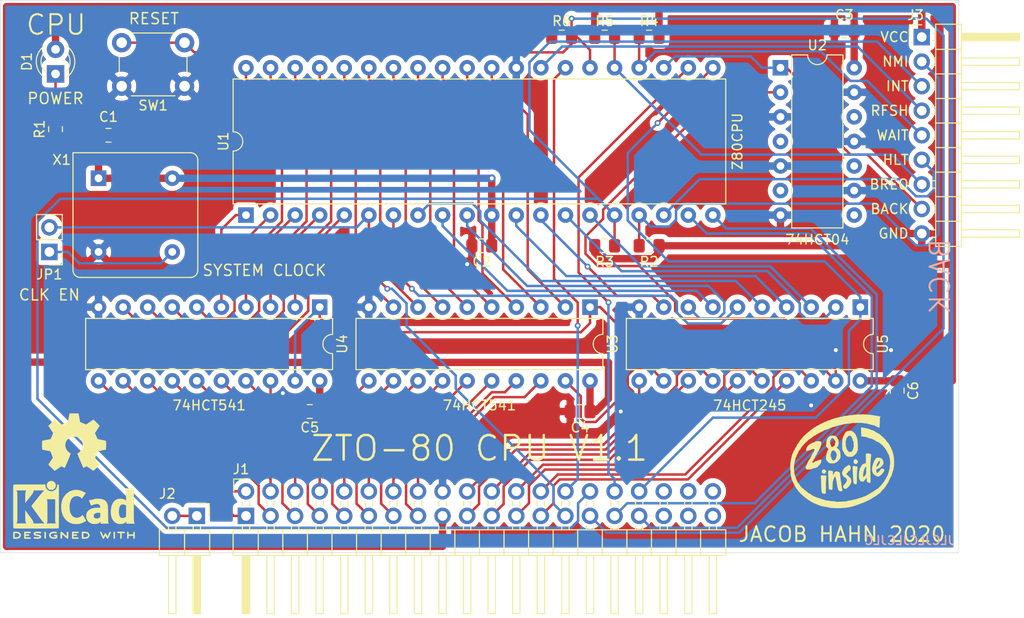
<source format=kicad_pcb>
(kicad_pcb (version 20171130) (host pcbnew "(5.1.6)-1")
  (title_block (title "ZTO-80 CPU") (date 2020-07-13) (rev 1.1) (company "Jacob Hahn"))
  (layers (0 F.Cu signal) (31 B.Cu signal) (34 B.Paste user) (35 F.Paste user) (36 B.SilkS user) (37 F.SilkS user) (38 B.Mask user) (39 F.Mask user) (44 Edge.Cuts user))
  (net 0 "")
  (net 1 VCC)
  (net 2 "Net-(D1-Pad1)")
  (net 3 /USR4)
  (net 4 /USR3)
  (net 5 /USR2)
  (net 6 /USR1)
  (net 7 /RXB)
  (net 8 /TXB)
  (net 9 /RD)
  (net 10 /IORQ)
  (net 11 /WR)
  (net 12 /MREQ)
  (net 13 /INT)
  (net 14 /RST)
  (net 15 /M1)
  (net 16 /CLK)
  (net 17 /D0)
  (net 18 /D1)
  (net 19 /D2)
  (net 20 /D3)
  (net 21 /D4)
  (net 22 /D5)
  (net 23 /D6)
  (net 24 /D7)
  (net 25 GND)
  (net 26 /A0)
  (net 27 /A1)
  (net 28 /A2)
  (net 29 /A3)
  (net 30 /A4)
  (net 31 /A5)
  (net 32 /A6)
  (net 33 /A7)
  (net 34 /A8)
  (net 35 /A9)
  (net 36 /A10)
  (net 37 /A11)
  (net 38 /A12)
  (net 39 /A13)
  (net 40 /A14)
  (net 41 /A15)
  (net 42 /IEI)
  (net 43 /BACK)
  (net 44 /BREQ)
  (net 45 /HLT)
  (net 46 /WAIT)
  (net 47 /RFSH)
  (net 48 /NMI)
  (net 49 "Net-(JP1-Pad1)")
  (net 50 /bufA10)
  (net 51 /bufA9)
  (net 52 /bufA8)
  (net 53 /bufA7)
  (net 54 /bufA6)
  (net 55 /bufA5)
  (net 56 /bufD1)
  (net 57 /bufA4)
  (net 58 /bufD0)
  (net 59 /bufA3)
  (net 60 /bufD7)
  (net 61 /bufA2)
  (net 62 /bufD2)
  (net 63 /bufA1)
  (net 64 /bufA0)
  (net 65 /bufD6)
  (net 66 /bufD5)
  (net 67 /bufD3)
  (net 68 /bufD4)
  (net 69 /bufA15)
  (net 70 /bufA14)
  (net 71 /bufA13)
  (net 72 /bufA12)
  (net 73 /bufA11)
  (net 74 "Net-(U2-Pad6)")
  (net 75 "Net-(U2-Pad12)")
  (net 76 "Net-(U2-Pad4)")
  (net 77 "Net-(U2-Pad10)")
  (net 78 /~BACK)
  (net 79 "Net-(U2-Pad8)")
  (module Connector_PinHeader_2.54mm:PinHeader_1x09_P2.54mm_Horizontal (layer F.Cu) (at 191.135 66.675)
    (fp_text reference J3 (at -0.635 -2.27) (layer F.SilkS))
    (fp_text value Conn_01x09)
    (pad 9 thru_hole oval (at 0 20.32) (size 1.7 1.7) (drill 1) (layers *.Cu *.Mask) (net 25 GND))
    (pad 8 thru_hole oval (at 0 17.78) (size 1.7 1.7) (drill 1) (layers *.Cu *.Mask) (net 43 /BACK))
    (pad 7 thru_hole oval (at 0 15.24) (size 1.7 1.7) (drill 1) (layers *.Cu *.Mask) (net 44 /BREQ))
    (pad 6 thru_hole oval (at 0 12.7) (size 1.7 1.7) (drill 1) (layers *.Cu *.Mask) (net 45 /HLT))
    (pad 5 thru_hole oval (at 0 10.16) (size 1.7 1.7) (drill 1) (layers *.Cu *.Mask) (net 46 /WAIT))
    (pad 4 thru_hole oval (at 0 7.62) (size 1.7 1.7) (drill 1) (layers *.Cu *.Mask) (net 47 /RFSH))
    (pad 3 thru_hole oval (at 0 5.08) (size 1.7 1.7) (drill 1) (layers *.Cu *.Mask) (net 13 /INT))
    (pad 2 thru_hole oval (at 0 2.54) (size 1.7 1.7) (drill 1) (layers *.Cu *.Mask) (net 48 /NMI))
    (pad 1 thru_hole rect (at 0 0) (size 1.7 1.7) (drill 1) (layers *.Cu *.Mask) (net 1 VCC))
  )
  (module Package_DIP:DIP-40_W15.24mm (layer F.Cu) (at 121.285 85.09 90)
    (fp_text reference U1 (at 7.62 -2.33 90) (layer F.SilkS))
    (fp_text value Z80CPU (at 7.62 50.8 90) (layer F.SilkS))
    (pad 40 thru_hole oval (at 15.24 0 90) (size 1.6 1.6) (drill 0.8) (layers *.Cu *.Mask) (net 50 /bufA10))
    (pad 20 thru_hole oval (at 0 48.26 90) (size 1.6 1.6) (drill 0.8) (layers *.Cu *.Mask) (net 10 /IORQ))
    (pad 39 thru_hole oval (at 15.24 2.54 90) (size 1.6 1.6) (drill 0.8) (layers *.Cu *.Mask) (net 51 /bufA9))
    (pad 19 thru_hole oval (at 0 45.72 90) (size 1.6 1.6) (drill 0.8) (layers *.Cu *.Mask) (net 12 /MREQ))
    (pad 38 thru_hole oval (at 15.24 5.08 90) (size 1.6 1.6) (drill 0.8) (layers *.Cu *.Mask) (net 52 /bufA8))
    (pad 18 thru_hole oval (at 0 43.18 90) (size 1.6 1.6) (drill 0.8) (layers *.Cu *.Mask) (net 45 /HLT))
    (pad 37 thru_hole oval (at 15.24 7.62 90) (size 1.6 1.6) (drill 0.8) (layers *.Cu *.Mask) (net 53 /bufA7))
    (pad 17 thru_hole oval (at 0 40.64 90) (size 1.6 1.6) (drill 0.8) (layers *.Cu *.Mask) (net 48 /NMI))
    (pad 36 thru_hole oval (at 15.24 10.16 90) (size 1.6 1.6) (drill 0.8) (layers *.Cu *.Mask) (net 54 /bufA6))
    (pad 16 thru_hole oval (at 0 38.1 90) (size 1.6 1.6) (drill 0.8) (layers *.Cu *.Mask) (net 13 /INT))
    (pad 35 thru_hole oval (at 15.24 12.7 90) (size 1.6 1.6) (drill 0.8) (layers *.Cu *.Mask) (net 55 /bufA5))
    (pad 15 thru_hole oval (at 0 35.56 90) (size 1.6 1.6) (drill 0.8) (layers *.Cu *.Mask) (net 56 /bufD1))
    (pad 34 thru_hole oval (at 15.24 15.24 90) (size 1.6 1.6) (drill 0.8) (layers *.Cu *.Mask) (net 57 /bufA4))
    (pad 14 thru_hole oval (at 0 33.02 90) (size 1.6 1.6) (drill 0.8) (layers *.Cu *.Mask) (net 58 /bufD0))
    (pad 33 thru_hole oval (at 15.24 17.78 90) (size 1.6 1.6) (drill 0.8) (layers *.Cu *.Mask) (net 59 /bufA3))
    (pad 13 thru_hole oval (at 0 30.48 90) (size 1.6 1.6) (drill 0.8) (layers *.Cu *.Mask) (net 60 /bufD7))
    (pad 32 thru_hole oval (at 15.24 20.32 90) (size 1.6 1.6) (drill 0.8) (layers *.Cu *.Mask) (net 61 /bufA2))
    (pad 12 thru_hole oval (at 0 27.94 90) (size 1.6 1.6) (drill 0.8) (layers *.Cu *.Mask) (net 62 /bufD2))
    (pad 31 thru_hole oval (at 15.24 22.86 90) (size 1.6 1.6) (drill 0.8) (layers *.Cu *.Mask) (net 63 /bufA1))
    (pad 11 thru_hole oval (at 0 25.4 90) (size 1.6 1.6) (drill 0.8) (layers *.Cu *.Mask) (net 1 VCC))
    (pad 30 thru_hole oval (at 15.24 25.4 90) (size 1.6 1.6) (drill 0.8) (layers *.Cu *.Mask) (net 64 /bufA0))
    (pad 10 thru_hole oval (at 0 22.86 90) (size 1.6 1.6) (drill 0.8) (layers *.Cu *.Mask) (net 65 /bufD6))
    (pad 29 thru_hole oval (at 15.24 27.94 90) (size 1.6 1.6) (drill 0.8) (layers *.Cu *.Mask) (net 25 GND))
    (pad 9 thru_hole oval (at 0 20.32 90) (size 1.6 1.6) (drill 0.8) (layers *.Cu *.Mask) (net 66 /bufD5))
    (pad 28 thru_hole oval (at 15.24 30.48 90) (size 1.6 1.6) (drill 0.8) (layers *.Cu *.Mask) (net 47 /RFSH))
    (pad 8 thru_hole oval (at 0 17.78 90) (size 1.6 1.6) (drill 0.8) (layers *.Cu *.Mask) (net 67 /bufD3))
    (pad 27 thru_hole oval (at 15.24 33.02 90) (size 1.6 1.6) (drill 0.8) (layers *.Cu *.Mask) (net 15 /M1))
    (pad 7 thru_hole oval (at 0 15.24 90) (size 1.6 1.6) (drill 0.8) (layers *.Cu *.Mask) (net 68 /bufD4))
    (pad 26 thru_hole oval (at 15.24 35.56 90) (size 1.6 1.6) (drill 0.8) (layers *.Cu *.Mask) (net 14 /RST))
    (pad 6 thru_hole oval (at 0 12.7 90) (size 1.6 1.6) (drill 0.8) (layers *.Cu *.Mask) (net 16 /CLK))
    (pad 25 thru_hole oval (at 15.24 38.1 90) (size 1.6 1.6) (drill 0.8) (layers *.Cu *.Mask) (net 44 /BREQ))
    (pad 5 thru_hole oval (at 0 10.16 90) (size 1.6 1.6) (drill 0.8) (layers *.Cu *.Mask) (net 69 /bufA15))
    (pad 24 thru_hole oval (at 15.24 40.64 90) (size 1.6 1.6) (drill 0.8) (layers *.Cu *.Mask) (net 46 /WAIT))
    (pad 4 thru_hole oval (at 0 7.62 90) (size 1.6 1.6) (drill 0.8) (layers *.Cu *.Mask) (net 70 /bufA14))
    (pad 23 thru_hole oval (at 15.24 43.18 90) (size 1.6 1.6) (drill 0.8) (layers *.Cu *.Mask) (net 43 /BACK))
    (pad 3 thru_hole oval (at 0 5.08 90) (size 1.6 1.6) (drill 0.8) (layers *.Cu *.Mask) (net 71 /bufA13))
    (pad 22 thru_hole oval (at 15.24 45.72 90) (size 1.6 1.6) (drill 0.8) (layers *.Cu *.Mask) (net 11 /WR))
    (pad 2 thru_hole oval (at 0 2.54 90) (size 1.6 1.6) (drill 0.8) (layers *.Cu *.Mask) (net 72 /bufA12))
    (pad 21 thru_hole oval (at 15.24 48.26 90) (size 1.6 1.6) (drill 0.8) (layers *.Cu *.Mask) (net 9 /RD))
    (pad 1 thru_hole rect (at 0 0 90) (size 1.6 1.6) (drill 0.8) (layers *.Cu *.Mask) (net 73 /bufA11))
  )
  (module Package_DIP:DIP-14_W7.62mm (layer F.Cu) (at 176.53 69.85)
    (fp_text reference U2 (at 3.81 -2.33) (layer F.SilkS))
    (fp_text value 74HCT04 (at 3.81 17.78) (layer F.SilkS))
    (pad 14 thru_hole oval (at 7.62 0) (size 1.6 1.6) (drill 0.8) (layers *.Cu *.Mask) (net 1 VCC))
    (pad 7 thru_hole oval (at 0 15.24) (size 1.6 1.6) (drill 0.8) (layers *.Cu *.Mask) (net 25 GND))
    (pad 13 thru_hole oval (at 7.62 2.54) (size 1.6 1.6) (drill 0.8) (layers *.Cu *.Mask) (net 25 GND))
    (pad 6 thru_hole oval (at 0 12.7) (size 1.6 1.6) (drill 0.8) (layers *.Cu *.Mask) (net 74 "Net-(U2-Pad6)"))
    (pad 12 thru_hole oval (at 7.62 5.08) (size 1.6 1.6) (drill 0.8) (layers *.Cu *.Mask) (net 75 "Net-(U2-Pad12)"))
    (pad 5 thru_hole oval (at 0 10.16) (size 1.6 1.6) (drill 0.8) (layers *.Cu *.Mask) (net 25 GND))
    (pad 11 thru_hole oval (at 7.62 7.62) (size 1.6 1.6) (drill 0.8) (layers *.Cu *.Mask) (net 25 GND))
    (pad 4 thru_hole oval (at 0 7.62) (size 1.6 1.6) (drill 0.8) (layers *.Cu *.Mask) (net 76 "Net-(U2-Pad4)"))
    (pad 10 thru_hole oval (at 7.62 10.16) (size 1.6 1.6) (drill 0.8) (layers *.Cu *.Mask) (net 77 "Net-(U2-Pad10)"))
    (pad 3 thru_hole oval (at 0 5.08) (size 1.6 1.6) (drill 0.8) (layers *.Cu *.Mask) (net 25 GND))
    (pad 9 thru_hole oval (at 7.62 12.7) (size 1.6 1.6) (drill 0.8) (layers *.Cu *.Mask) (net 25 GND))
    (pad 2 thru_hole oval (at 0 2.54) (size 1.6 1.6) (drill 0.8) (layers *.Cu *.Mask) (net 78 /~BACK))
    (pad 8 thru_hole oval (at 7.62 15.24) (size 1.6 1.6) (drill 0.8) (layers *.Cu *.Mask) (net 79 "Net-(U2-Pad8)"))
    (pad 1 thru_hole rect (at 0 0) (size 1.6 1.6) (drill 0.8) (layers *.Cu *.Mask) (net 43 /BACK))
  )
  (module Symbol:OSHW-Symbol_6.7x6mm_SilkScreen (layer F.Cu) (at 103.505 108.585)
    (fp_text reference REF** hide)
    (fp_text value OSHW-Symbol_6.7x6mm_SilkScreen hide)
  )
  (module Logo:Z80_inside (layer F.Cu) (at 182.88 110.49)
    (fp_text reference G*** hide)
    (fp_text value LOGO hide)
  )
  (module Symbol:KiCad-Logo2_5mm_SilkScreen (layer F.Cu) (at 103.505 115.57)
    (fp_text reference REF** hide)
    (fp_text value KiCad-Logo2_5mm_SilkScreen hide)
  )
  (module ZTO-80_Header:PinHeader_2x20_P2.54mm_Horizontal (layer F.Cu) (at 121.285 116.205 90)
    (fp_text reference J1 (at 4.826 -0.508 180) (layer F.SilkS))
    (fp_text value "ZTO-80 Bus")
    (pad 1 thru_hole rect (at 0 0 90) (size 1.7 1.7) (drill 1) (layers *.Cu *.Mask) (net 41 /A15))
    (pad 2 thru_hole oval (at 2.54 0 90) (size 1.7 1.7) (drill 1) (layers *.Cu *.Mask) (net 40 /A14))
    (pad 3 thru_hole oval (at 0 2.54 90) (size 1.7 1.7) (drill 1) (layers *.Cu *.Mask) (net 39 /A13))
    (pad 4 thru_hole oval (at 2.54 2.54 90) (size 1.7 1.7) (drill 1) (layers *.Cu *.Mask) (net 38 /A12))
    (pad 5 thru_hole oval (at 0 5.08 90) (size 1.7 1.7) (drill 1) (layers *.Cu *.Mask) (net 37 /A11))
    (pad 6 thru_hole oval (at 2.54 5.08 90) (size 1.7 1.7) (drill 1) (layers *.Cu *.Mask) (net 36 /A10))
    (pad 7 thru_hole oval (at 0 7.62 90) (size 1.7 1.7) (drill 1) (layers *.Cu *.Mask) (net 35 /A9))
    (pad 8 thru_hole oval (at 2.54 7.62 90) (size 1.7 1.7) (drill 1) (layers *.Cu *.Mask) (net 34 /A8))
    (pad 9 thru_hole oval (at 0 10.16 90) (size 1.7 1.7) (drill 1) (layers *.Cu *.Mask) (net 33 /A7))
    (pad 10 thru_hole oval (at 2.54 10.16 90) (size 1.7 1.7) (drill 1) (layers *.Cu *.Mask) (net 32 /A6))
    (pad 11 thru_hole oval (at 0 12.7 90) (size 1.7 1.7) (drill 1) (layers *.Cu *.Mask) (net 31 /A5))
    (pad 12 thru_hole oval (at 2.54 12.7 90) (size 1.7 1.7) (drill 1) (layers *.Cu *.Mask) (net 30 /A4))
    (pad 13 thru_hole oval (at 0 15.24 90) (size 1.7 1.7) (drill 1) (layers *.Cu *.Mask) (net 29 /A3))
    (pad 14 thru_hole oval (at 2.54 15.24 90) (size 1.7 1.7) (drill 1) (layers *.Cu *.Mask) (net 28 /A2))
    (pad 15 thru_hole oval (at 0 17.78 90) (size 1.7 1.7) (drill 1) (layers *.Cu *.Mask) (net 27 /A1))
    (pad 16 thru_hole oval (at 2.54 17.78 90) (size 1.7 1.7) (drill 1) (layers *.Cu *.Mask) (net 26 /A0))
    (pad 17 thru_hole oval (at 0 20.32 90) (size 1.7 1.7) (drill 1) (layers *.Cu *.Mask) (net 1 VCC))
    (pad 18 thru_hole oval (at 2.54 20.32 90) (size 1.7 1.7) (drill 1) (layers *.Cu *.Mask) (net 25 GND))
    (pad 19 thru_hole oval (at 0 22.86 90) (size 1.7 1.7) (drill 1) (layers *.Cu *.Mask) (net 24 /D7))
    (pad 20 thru_hole oval (at 2.54 22.86 90) (size 1.7 1.7) (drill 1) (layers *.Cu *.Mask) (net 23 /D6))
    (pad 21 thru_hole oval (at 0 25.4 90) (size 1.7 1.7) (drill 1) (layers *.Cu *.Mask) (net 22 /D5))
    (pad 22 thru_hole oval (at 2.54 25.4 90) (size 1.7 1.7) (drill 1) (layers *.Cu *.Mask) (net 21 /D4))
    (pad 23 thru_hole oval (at 0 27.94 90) (size 1.7 1.7) (drill 1) (layers *.Cu *.Mask) (net 20 /D3))
    (pad 24 thru_hole oval (at 2.54 27.94 90) (size 1.7 1.7) (drill 1) (layers *.Cu *.Mask) (net 19 /D2))
    (pad 25 thru_hole oval (at 0 30.48 90) (size 1.7 1.7) (drill 1) (layers *.Cu *.Mask) (net 18 /D1))
    (pad 26 thru_hole oval (at 2.54 30.48 90) (size 1.7 1.7) (drill 1) (layers *.Cu *.Mask) (net 17 /D0))
    (pad 27 thru_hole oval (at 0 33.02 90) (size 1.7 1.7) (drill 1) (layers *.Cu *.Mask) (net 16 /CLK))
    (pad 28 thru_hole oval (at 2.54 33.02 90) (size 1.7 1.7) (drill 1) (layers *.Cu *.Mask) (net 15 /M1))
    (pad 29 thru_hole oval (at 0 35.56 90) (size 1.7 1.7) (drill 1) (layers *.Cu *.Mask) (net 14 /RST))
    (pad 30 thru_hole oval (at 2.54 35.56 90) (size 1.7 1.7) (drill 1) (layers *.Cu *.Mask) (net 13 /INT))
    (pad 31 thru_hole oval (at 0 38.1 90) (size 1.7 1.7) (drill 1) (layers *.Cu *.Mask) (net 12 /MREQ))
    (pad 32 thru_hole oval (at 2.54 38.1 90) (size 1.7 1.7) (drill 1) (layers *.Cu *.Mask) (net 11 /WR))
    (pad 33 thru_hole oval (at 0 40.64 90) (size 1.7 1.7) (drill 1) (layers *.Cu *.Mask) (net 10 /IORQ))
    (pad 34 thru_hole oval (at 2.54 40.64 90) (size 1.7 1.7) (drill 1) (layers *.Cu *.Mask) (net 9 /RD))
    (pad 35 thru_hole oval (at 0 43.18 90) (size 1.7 1.7) (drill 1) (layers *.Cu *.Mask) (net 8 /TXB))
    (pad 36 thru_hole oval (at 2.54 43.18 90) (size 1.7 1.7) (drill 1) (layers *.Cu *.Mask) (net 7 /RXB))
    (pad 37 thru_hole oval (at 0 45.72 90) (size 1.7 1.7) (drill 1) (layers *.Cu *.Mask) (net 6 /USR1))
    (pad 38 thru_hole oval (at 2.54 45.72 90) (size 1.7 1.7) (drill 1) (layers *.Cu *.Mask) (net 5 /USR2))
    (pad 39 thru_hole oval (at 0 48.26 90) (size 1.7 1.7) (drill 1) (layers *.Cu *.Mask) (net 4 /USR3))
    (pad 40 thru_hole oval (at 2.54 48.26 90) (size 1.7 1.7) (drill 1) (layers *.Cu *.Mask) (net 3 /USR4))
  )
  (module Connector_PinHeader_2.54mm:PinHeader_1x02_P2.54mm_Horizontal (layer F.Cu) (at 116.205 116.205 270)
    (fp_text reference J2 (at -2.286 3.048 180) (layer F.SilkS))
    (fp_text value Conn_01x02)
    (pad 1 thru_hole rect (at 0 0 270) (size 1.7 1.7) (drill 1) (layers *.Cu *.Mask) (net 42 /IEI))
    (pad 2 thru_hole oval (at 0 2.54 270) (size 1.7 1.7) (drill 1) (layers *.Cu *.Mask) (net 42 /IEI))
  )
  (module Capacitor_SMD:C_0805_2012Metric_Pad1.15x1.40mm_HandSolder (layer F.Cu) (at 188.595 103.26 270)
    (fp_text reference C6 (at 0 -1.65 90) (layer F.SilkS))
    (fp_text value 100nF)
    (pad 2 smd roundrect (at 1.025 0 270) (size 1.15 1.4) (layers F.Cu F.Paste F.Mask) (roundrect_rratio 0.217391) (net 25 GND))
    (pad 1 smd roundrect (at -1.025 0 270) (size 1.15 1.4) (layers F.Cu F.Paste F.Mask) (roundrect_rratio 0.217391) (net 1 VCC))
  )
  (module Capacitor_SMD:C_0805_2012Metric_Pad1.15x1.40mm_HandSolder (layer F.Cu) (at 127.88 105.41 180)
    (fp_text reference C5 (at 0 -1.65) (layer F.SilkS))
    (fp_text value 100nF)
    (pad 2 smd roundrect (at 1.025 0 180) (size 1.15 1.4) (layers F.Cu F.Paste F.Mask) (roundrect_rratio 0.217391) (net 25 GND))
    (pad 1 smd roundrect (at -1.025 0 180) (size 1.15 1.4) (layers F.Cu F.Paste F.Mask) (roundrect_rratio 0.217391) (net 1 VCC))
  )
  (module Capacitor_SMD:C_0805_2012Metric_Pad1.15x1.40mm_HandSolder (layer F.Cu) (at 155.82 105.41 180)
    (fp_text reference C4 (at 0 -1.65) (layer F.SilkS))
    (fp_text value 100nF)
    (pad 2 smd roundrect (at 1.025 0 180) (size 1.15 1.4) (layers F.Cu F.Paste F.Mask) (roundrect_rratio 0.217391) (net 25 GND))
    (pad 1 smd roundrect (at -1.025 0 180) (size 1.15 1.4) (layers F.Cu F.Paste F.Mask) (roundrect_rratio 0.217391) (net 1 VCC))
  )
  (module Capacitor_SMD:C_0805_2012Metric_Pad1.15x1.40mm_HandSolder (layer F.Cu) (at 183.125 66.04 180)
    (fp_text reference C3 (at -0.009 1.651) (layer F.SilkS))
    (fp_text value 100nF)
    (pad 2 smd roundrect (at 1.025 0 180) (size 1.15 1.4) (layers F.Cu F.Paste F.Mask) (roundrect_rratio 0.217391) (net 25 GND))
    (pad 1 smd roundrect (at -1.025 0 180) (size 1.15 1.4) (layers F.Cu F.Paste F.Mask) (roundrect_rratio 0.217391) (net 1 VCC))
  )
  (module Capacitor_SMD:C_0805_2012Metric_Pad1.15x1.40mm_HandSolder (layer F.Cu) (at 145.66 88.265 180)
    (fp_text reference C2 (at 0 -1.65) (layer F.SilkS))
    (fp_text value 100nF)
    (pad 2 smd roundrect (at 1.025 0 180) (size 1.15 1.4) (layers F.Cu F.Paste F.Mask) (roundrect_rratio 0.217391) (net 25 GND))
    (pad 1 smd roundrect (at -1.025 0 180) (size 1.15 1.4) (layers F.Cu F.Paste F.Mask) (roundrect_rratio 0.217391) (net 1 VCC))
  )
  (module Oscillator:Oscillator_DIP-8 (layer F.Cu) (at 106.045 81.28 270)
    (fp_text reference X1 (at -1.905 3.81 180) (layer F.SilkS))
    (fp_text value CXO_DIP8)
    (pad 4 thru_hole circle (at 7.62 0 270) (size 1.6 1.6) (drill 0.8) (layers *.Cu *.Mask) (net 25 GND))
    (pad 5 thru_hole circle (at 7.62 -7.62 270) (size 1.6 1.6) (drill 0.8) (layers *.Cu *.Mask) (net 49 "Net-(JP1-Pad1)"))
    (pad 8 thru_hole circle (at 0 -7.62 270) (size 1.6 1.6) (drill 0.8) (layers *.Cu *.Mask) (net 1 VCC))
    (pad 1 thru_hole rect (at 0 0 270) (size 1.6 1.6) (drill 0.8) (layers *.Cu *.Mask) (net 1 VCC))
  )
  (module Package_DIP:DIP-20_W7.62mm (layer F.Cu) (at 184.785 94.615 270)
    (fp_text reference U5 (at 3.81 -2.33 90) (layer F.SilkS))
    (fp_text value 74HCT245 (at 10.16 11.43 180) (layer F.SilkS))
    (pad 1 thru_hole rect (at 0 0 270) (size 1.6 1.6) (drill 0.8) (layers *.Cu *.Mask) (net 9 /RD))
    (pad 11 thru_hole oval (at 7.62 22.86 270) (size 1.6 1.6) (drill 0.8) (layers *.Cu *.Mask) (net 24 /D7))
    (pad 2 thru_hole oval (at 0 2.54 270) (size 1.6 1.6) (drill 0.8) (layers *.Cu *.Mask) (net 58 /bufD0))
    (pad 12 thru_hole oval (at 7.62 20.32 270) (size 1.6 1.6) (drill 0.8) (layers *.Cu *.Mask) (net 23 /D6))
    (pad 3 thru_hole oval (at 0 5.08 270) (size 1.6 1.6) (drill 0.8) (layers *.Cu *.Mask) (net 56 /bufD1))
    (pad 13 thru_hole oval (at 7.62 17.78 270) (size 1.6 1.6) (drill 0.8) (layers *.Cu *.Mask) (net 22 /D5))
    (pad 4 thru_hole oval (at 0 7.62 270) (size 1.6 1.6) (drill 0.8) (layers *.Cu *.Mask) (net 62 /bufD2))
    (pad 14 thru_hole oval (at 7.62 15.24 270) (size 1.6 1.6) (drill 0.8) (layers *.Cu *.Mask) (net 21 /D4))
    (pad 5 thru_hole oval (at 0 10.16 270) (size 1.6 1.6) (drill 0.8) (layers *.Cu *.Mask) (net 67 /bufD3))
    (pad 15 thru_hole oval (at 7.62 12.7 270) (size 1.6 1.6) (drill 0.8) (layers *.Cu *.Mask) (net 20 /D3))
    (pad 6 thru_hole oval (at 0 12.7 270) (size 1.6 1.6) (drill 0.8) (layers *.Cu *.Mask) (net 68 /bufD4))
    (pad 16 thru_hole oval (at 7.62 10.16 270) (size 1.6 1.6) (drill 0.8) (layers *.Cu *.Mask) (net 19 /D2))
    (pad 7 thru_hole oval (at 0 15.24 270) (size 1.6 1.6) (drill 0.8) (layers *.Cu *.Mask) (net 66 /bufD5))
    (pad 17 thru_hole oval (at 7.62 7.62 270) (size 1.6 1.6) (drill 0.8) (layers *.Cu *.Mask) (net 18 /D1))
    (pad 8 thru_hole oval (at 0 17.78 270) (size 1.6 1.6) (drill 0.8) (layers *.Cu *.Mask) (net 65 /bufD6))
    (pad 18 thru_hole oval (at 7.62 5.08 270) (size 1.6 1.6) (drill 0.8) (layers *.Cu *.Mask) (net 17 /D0))
    (pad 9 thru_hole oval (at 0 20.32 270) (size 1.6 1.6) (drill 0.8) (layers *.Cu *.Mask) (net 60 /bufD7))
    (pad 19 thru_hole oval (at 7.62 2.54 270) (size 1.6 1.6) (drill 0.8) (layers *.Cu *.Mask) (net 78 /~BACK))
    (pad 10 thru_hole oval (at 0 22.86 270) (size 1.6 1.6) (drill 0.8) (layers *.Cu *.Mask) (net 25 GND))
    (pad 20 thru_hole oval (at 7.62 0 270) (size 1.6 1.6) (drill 0.8) (layers *.Cu *.Mask) (net 1 VCC))
  )
  (module Package_DIP:DIP-20_W7.62mm (layer F.Cu) (at 128.905 94.615 270)
    (fp_text reference U4 (at 3.81 -2.33 90) (layer F.SilkS))
    (fp_text value 74HCT541 (at 10.16 11.43 180) (layer F.SilkS))
    (pad 20 thru_hole oval (at 7.62 0 270) (size 1.6 1.6) (drill 0.8) (layers *.Cu *.Mask) (net 1 VCC))
    (pad 10 thru_hole oval (at 0 22.86 270) (size 1.6 1.6) (drill 0.8) (layers *.Cu *.Mask) (net 25 GND))
    (pad 19 thru_hole oval (at 7.62 2.54 270) (size 1.6 1.6) (drill 0.8) (layers *.Cu *.Mask) (net 78 /~BACK))
    (pad 9 thru_hole oval (at 0 20.32 270) (size 1.6 1.6) (drill 0.8) (layers *.Cu *.Mask) (net 69 /bufA15))
    (pad 18 thru_hole oval (at 7.62 5.08 270) (size 1.6 1.6) (drill 0.8) (layers *.Cu *.Mask) (net 34 /A8))
    (pad 8 thru_hole oval (at 0 17.78 270) (size 1.6 1.6) (drill 0.8) (layers *.Cu *.Mask) (net 70 /bufA14))
    (pad 17 thru_hole oval (at 7.62 7.62 270) (size 1.6 1.6) (drill 0.8) (layers *.Cu *.Mask) (net 35 /A9))
    (pad 7 thru_hole oval (at 0 15.24 270) (size 1.6 1.6) (drill 0.8) (layers *.Cu *.Mask) (net 71 /bufA13))
    (pad 16 thru_hole oval (at 7.62 10.16 270) (size 1.6 1.6) (drill 0.8) (layers *.Cu *.Mask) (net 36 /A10))
    (pad 6 thru_hole oval (at 0 12.7 270) (size 1.6 1.6) (drill 0.8) (layers *.Cu *.Mask) (net 72 /bufA12))
    (pad 15 thru_hole oval (at 7.62 12.7 270) (size 1.6 1.6) (drill 0.8) (layers *.Cu *.Mask) (net 37 /A11))
    (pad 5 thru_hole oval (at 0 10.16 270) (size 1.6 1.6) (drill 0.8) (layers *.Cu *.Mask) (net 73 /bufA11))
    (pad 14 thru_hole oval (at 7.62 15.24 270) (size 1.6 1.6) (drill 0.8) (layers *.Cu *.Mask) (net 38 /A12))
    (pad 4 thru_hole oval (at 0 7.62 270) (size 1.6 1.6) (drill 0.8) (layers *.Cu *.Mask) (net 50 /bufA10))
    (pad 13 thru_hole oval (at 7.62 17.78 270) (size 1.6 1.6) (drill 0.8) (layers *.Cu *.Mask) (net 39 /A13))
    (pad 3 thru_hole oval (at 0 5.08 270) (size 1.6 1.6) (drill 0.8) (layers *.Cu *.Mask) (net 51 /bufA9))
    (pad 12 thru_hole oval (at 7.62 20.32 270) (size 1.6 1.6) (drill 0.8) (layers *.Cu *.Mask) (net 40 /A14))
    (pad 2 thru_hole oval (at 0 2.54 270) (size 1.6 1.6) (drill 0.8) (layers *.Cu *.Mask) (net 52 /bufA8))
    (pad 11 thru_hole oval (at 7.62 22.86 270) (size 1.6 1.6) (drill 0.8) (layers *.Cu *.Mask) (net 41 /A15))
    (pad 1 thru_hole rect (at 0 0 270) (size 1.6 1.6) (drill 0.8) (layers *.Cu *.Mask) (net 78 /~BACK))
  )
  (module Package_DIP:DIP-20_W7.62mm (layer F.Cu) (at 156.845 94.615 270)
    (fp_text reference U3 (at 3.81 -2.33 90) (layer F.SilkS))
    (fp_text value 74HCT541 (at 10.16 11.43 180) (layer F.SilkS))
    (pad 20 thru_hole oval (at 7.62 0 270) (size 1.6 1.6) (drill 0.8) (layers *.Cu *.Mask) (net 1 VCC))
    (pad 10 thru_hole oval (at 0 22.86 270) (size 1.6 1.6) (drill 0.8) (layers *.Cu *.Mask) (net 25 GND))
    (pad 19 thru_hole oval (at 7.62 2.54 270) (size 1.6 1.6) (drill 0.8) (layers *.Cu *.Mask) (net 78 /~BACK))
    (pad 9 thru_hole oval (at 0 20.32 270) (size 1.6 1.6) (drill 0.8) (layers *.Cu *.Mask) (net 53 /bufA7))
    (pad 18 thru_hole oval (at 7.62 5.08 270) (size 1.6 1.6) (drill 0.8) (layers *.Cu *.Mask) (net 26 /A0))
    (pad 8 thru_hole oval (at 0 17.78 270) (size 1.6 1.6) (drill 0.8) (layers *.Cu *.Mask) (net 54 /bufA6))
    (pad 17 thru_hole oval (at 7.62 7.62 270) (size 1.6 1.6) (drill 0.8) (layers *.Cu *.Mask) (net 27 /A1))
    (pad 7 thru_hole oval (at 0 15.24 270) (size 1.6 1.6) (drill 0.8) (layers *.Cu *.Mask) (net 55 /bufA5))
    (pad 16 thru_hole oval (at 7.62 10.16 270) (size 1.6 1.6) (drill 0.8) (layers *.Cu *.Mask) (net 28 /A2))
    (pad 6 thru_hole oval (at 0 12.7 270) (size 1.6 1.6) (drill 0.8) (layers *.Cu *.Mask) (net 57 /bufA4))
    (pad 15 thru_hole oval (at 7.62 12.7 270) (size 1.6 1.6) (drill 0.8) (layers *.Cu *.Mask) (net 29 /A3))
    (pad 5 thru_hole oval (at 0 10.16 270) (size 1.6 1.6) (drill 0.8) (layers *.Cu *.Mask) (net 59 /bufA3))
    (pad 14 thru_hole oval (at 7.62 15.24 270) (size 1.6 1.6) (drill 0.8) (layers *.Cu *.Mask) (net 30 /A4))
    (pad 4 thru_hole oval (at 0 7.62 270) (size 1.6 1.6) (drill 0.8) (layers *.Cu *.Mask) (net 61 /bufA2))
    (pad 13 thru_hole oval (at 7.62 17.78 270) (size 1.6 1.6) (drill 0.8) (layers *.Cu *.Mask) (net 31 /A5))
    (pad 3 thru_hole oval (at 0 5.08 270) (size 1.6 1.6) (drill 0.8) (layers *.Cu *.Mask) (net 63 /bufA1))
    (pad 12 thru_hole oval (at 7.62 20.32 270) (size 1.6 1.6) (drill 0.8) (layers *.Cu *.Mask) (net 32 /A6))
    (pad 2 thru_hole oval (at 0 2.54 270) (size 1.6 1.6) (drill 0.8) (layers *.Cu *.Mask) (net 64 /bufA0))
    (pad 11 thru_hole oval (at 7.62 22.86 270) (size 1.6 1.6) (drill 0.8) (layers *.Cu *.Mask) (net 33 /A7))
    (pad 1 thru_hole rect (at 0 0 270) (size 1.6 1.6) (drill 0.8) (layers *.Cu *.Mask) (net 78 /~BACK))
  )
  (module Button_Switch_THT:SW_PUSH_6mm (layer F.Cu) (at 114.935 71.755 180)
    (fp_text reference SW1 (at 3.25 -2) (layer F.SilkS))
    (fp_text value SW_Push)
    (pad 1 thru_hole circle (at 6.5 0 270) (size 2 2) (drill 1.1) (layers *.Cu *.Mask) (net 25 GND))
    (pad 2 thru_hole circle (at 6.5 4.5 270) (size 2 2) (drill 1.1) (layers *.Cu *.Mask) (net 14 /RST))
    (pad 1 thru_hole circle (at 0 0 270) (size 2 2) (drill 1.1) (layers *.Cu *.Mask) (net 25 GND))
    (pad 2 thru_hole circle (at 0 4.5 270) (size 2 2) (drill 1.1) (layers *.Cu *.Mask) (net 14 /RST))
  )
  (module Resistor_SMD:R_0805_2012Metric_Pad1.15x1.40mm_HandSolder (layer F.Cu) (at 153.915 66.675)
    (fp_text reference R6 (at 0 -1.65) (layer F.SilkS))
    (fp_text value 10k)
    (pad 2 smd roundrect (at 1.025 0) (size 1.15 1.4) (layers F.Cu F.Paste F.Mask) (roundrect_rratio 0.217391) (net 14 /RST))
    (pad 1 smd roundrect (at -1.025 0) (size 1.15 1.4) (layers F.Cu F.Paste F.Mask) (roundrect_rratio 0.217391) (net 1 VCC))
  )
  (module Resistor_SMD:R_0805_2012Metric_Pad1.15x1.40mm_HandSolder (layer F.Cu) (at 158.36 66.675)
    (fp_text reference R5 (at 0 -1.65) (layer F.SilkS))
    (fp_text value 10k)
    (pad 2 smd roundrect (at 1.025 0) (size 1.15 1.4) (layers F.Cu F.Paste F.Mask) (roundrect_rratio 0.217391) (net 44 /BREQ))
    (pad 1 smd roundrect (at -1.025 0) (size 1.15 1.4) (layers F.Cu F.Paste F.Mask) (roundrect_rratio 0.217391) (net 1 VCC))
  )
  (module Resistor_SMD:R_0805_2012Metric_Pad1.15x1.40mm_HandSolder (layer F.Cu) (at 162.95 66.675 180)
    (fp_text reference R4 (at 0 1.651) (layer F.SilkS))
    (fp_text value 10k)
    (pad 2 smd roundrect (at 1.025 0 180) (size 1.15 1.4) (layers F.Cu F.Paste F.Mask) (roundrect_rratio 0.217391) (net 46 /WAIT))
    (pad 1 smd roundrect (at -1.025 0 180) (size 1.15 1.4) (layers F.Cu F.Paste F.Mask) (roundrect_rratio 0.217391) (net 1 VCC))
  )
  (module Resistor_SMD:R_0805_2012Metric_Pad1.15x1.40mm_HandSolder (layer F.Cu) (at 158.36 88.265)
    (fp_text reference R3 (at 0 1.651) (layer F.SilkS))
    (fp_text value 10k)
    (pad 2 smd roundrect (at 1.025 0) (size 1.15 1.4) (layers F.Cu F.Paste F.Mask) (roundrect_rratio 0.217391) (net 13 /INT))
    (pad 1 smd roundrect (at -1.025 0) (size 1.15 1.4) (layers F.Cu F.Paste F.Mask) (roundrect_rratio 0.217391) (net 1 VCC))
  )
  (module Resistor_SMD:R_0805_2012Metric_Pad1.15x1.40mm_HandSolder (layer F.Cu) (at 162.95 88.265 180)
    (fp_text reference R2 (at 0 -1.65) (layer F.SilkS))
    (fp_text value 10k)
    (pad 2 smd roundrect (at 1.025 0 180) (size 1.15 1.4) (layers F.Cu F.Paste F.Mask) (roundrect_rratio 0.217391) (net 48 /NMI))
    (pad 1 smd roundrect (at -1.025 0 180) (size 1.15 1.4) (layers F.Cu F.Paste F.Mask) (roundrect_rratio 0.217391) (net 1 VCC))
  )
  (module Connector_PinHeader_2.54mm:PinHeader_1x02_P2.54mm_Vertical (layer F.Cu) (at 100.965 88.9 180)
    (fp_text reference JP1 (at 0 -2.33) (layer F.SilkS))
    (fp_text value Jumper_2_Bridged)
    (pad 2 thru_hole oval (at 0 2.54 180) (size 1.7 1.7) (drill 1) (layers *.Cu *.Mask) (net 16 /CLK))
    (pad 1 thru_hole rect (at 0 0 180) (size 1.7 1.7) (drill 1) (layers *.Cu *.Mask) (net 49 "Net-(JP1-Pad1)"))
  )
  (module Capacitor_SMD:C_0805_2012Metric_Pad1.15x1.40mm_HandSolder (layer F.Cu) (at 107.07 76.835)
    (fp_text reference C1 (at 0 -1.905) (layer F.SilkS))
    (fp_text value 100nF)
    (pad 2 smd roundrect (at 1.025 0) (size 1.15 1.4) (layers F.Cu F.Paste F.Mask) (roundrect_rratio 0.217391) (net 25 GND))
    (pad 1 smd roundrect (at -1.025 0) (size 1.15 1.4) (layers F.Cu F.Paste F.Mask) (roundrect_rratio 0.217391) (net 1 VCC))
  )
  (module Resistor_SMD:R_0805_2012Metric_Pad1.15x1.40mm_HandSolder (layer F.Cu) (at 101.6 76.2 90)
    (fp_text reference R1 (at 0 -1.65 90) (layer F.SilkS))
    (fp_text value 200)
    (pad 2 smd roundrect (at 1.025 0 90) (size 1.15 1.4) (layers F.Cu F.Paste F.Mask) (roundrect_rratio 0.217391) (net 2 "Net-(D1-Pad1)"))
    (pad 1 smd roundrect (at -1.025 0 90) (size 1.15 1.4) (layers F.Cu F.Paste F.Mask) (roundrect_rratio 0.217391) (net 25 GND))
  )
  (module LED_THT:LED_D3.0mm (layer F.Cu) (at 101.6 70.485 90)
    (fp_text reference D1 (at 1.27 -2.96 90) (layer F.SilkS))
    (fp_text value "LED 3MM RED")
    (pad 2 thru_hole circle (at 2.54 0 90) (size 1.8 1.8) (drill 0.9) (layers *.Cu *.Mask) (net 1 VCC))
    (pad 1 thru_hole rect (at 0 0 90) (size 1.8 1.8) (drill 0.9) (layers *.Cu *.Mask) (net 2 "Net-(D1-Pad1)"))
  )
  (gr_text VCC (at 189.865 66.675) (layer F.SilkS) (effects (font (size 1.016 1.016) (thickness 0.1524)) (justify right)))
  (gr_text "SYSTEM CLOCK" (at 123.19 90.805) (layer F.SilkS) (effects (font (size 1.143 1.143) (thickness 0.1524))))
  (gr_text GND (at 189.865 86.995) (layer F.SilkS) (effects (font (size 1.016 1.016) (thickness 0.1524)) (justify right)))
  (gr_text BACK (at 189.865 84.455) (layer F.SilkS) (effects (font (size 1.016 1.016) (thickness 0.1524)) (justify right)))
  (gr_text BREQ (at 189.865 81.915) (layer F.SilkS) (effects (font (size 1.016 1.016) (thickness 0.1524)) (justify right)))
  (gr_text HLT (at 189.865 79.375) (layer F.SilkS) (effects (font (size 1.016 1.016) (thickness 0.1524)) (justify right)))
  (gr_text WAIT (at 189.865 76.835) (layer F.SilkS) (effects (font (size 1.016 1.016) (thickness 0.1524)) (justify right)))
  (gr_text RFSH (at 189.865 74.295) (layer F.SilkS) (effects (font (size 1.016 1.016) (thickness 0.1524)) (justify right)))
  (gr_text INT (at 189.865 71.755) (layer F.SilkS) (effects (font (size 1.016 1.016) (thickness 0.1524)) (justify right)))
  (gr_text NMI (at 189.865 69.215) (layer F.SilkS) (effects (font (size 1.016 1.016) (thickness 0.1524)) (justify right)))
  (gr_text "CLK EN" (at 100.965 93.345) (layer F.SilkS) (effects (font (size 1.143 1.143) (thickness 0.1524))))
  (gr_text RESET (at 111.76 64.77) (layer F.SilkS) (effects (font (size 1.143 1.143) (thickness 0.1524))))
  (gr_text POWER (at 101.6 73.025) (layer F.SilkS) (effects (font (size 1.143 1.143) (thickness 0.1524))))
  (gr_text BACK (at 193.04 91.44 90) (layer B.SilkS) (effects (font (size 2.032 2.032) (thickness 0.2032)) (justify mirror)))
  (gr_text JLCJLCJLCJLC (at 189.865 118.745) (layer B.SilkS) (effects (font (size 0.899998 0.899998) (thickness 0.159995)) (justify mirror)))
  (gr_text "JACOB HAHN 2020" (at 182.88 118.11) (layer F.SilkS) (effects (font (size 1.524 1.524) (thickness 0.2032))))
  (gr_text "ZTO-80 CPU V1.1" (at 145.415 109.22) (layer F.SilkS) (effects (font (size 2.54 2.54) (thickness 0.254))))
  (gr_text CPU (at 98.425 65.405) (layer F.SilkS) (effects (font (size 2.032 2.032) (thickness 0.2032)) (justify left)))
  (gr_line (start 95.885 120.015) (end 95.885 62.865) (layer Edge.Cuts) (width 0.05))
  (gr_line (start 194.945 120.015) (end 95.885 120.015) (layer Edge.Cuts) (width 0.05))
  (gr_line (start 194.945 62.865) (end 194.945 120.015) (layer Edge.Cuts) (width 0.05))
  (gr_line (start 95.885 62.865) (end 194.945 62.865) (layer Edge.Cuts) (width 0.05))
  (segment (start 141.605 116.205) (end 141.605 119.35499) (width 0.762) (layer F.Cu) (net 1))
  (segment (start 141.605 119.35499) (end 96.54501 119.35499) (width 0.762) (layer F.Cu) (net 1))
  (segment (start 101.6 67.945) (end 101.6 63.52501) (width 0.762) (layer F.Cu) (net 1))
  (segment (start 152.89 66.675) (end 152.89 63.52501) (width 0.762) (layer F.Cu) (net 1))
  (segment (start 157.335 66.675) (end 157.335 63.52501) (width 0.762) (layer F.Cu) (net 1))
  (segment (start 163.975 66.675) (end 163.975 63.52501) (width 0.762) (layer F.Cu) (net 1))
  (segment (start 184.15 66.04) (end 184.15 63.52501) (width 0.762) (layer F.Cu) (net 1))
  (segment (start 184.15 69.85) (end 184.15 66.04) (width 0.762) (layer F.Cu) (net 1))
  (segment (start 106.045 76.2) (end 106.045 63.52501) (width 0.762) (layer F.Cu) (net 1))
  (segment (start 106.045 76.2) (end 106.045 81.28) (width 0.762) (layer F.Cu) (net 1))
  (segment (start 106.045 81.28) (end 113.665 81.28) (width 0.762) (layer F.Cu) (net 1))
  (segment (start 96.54501 119.35499) (end 96.54501 100.30499) (width 0.762) (layer F.Cu) (net 1))
  (segment (start 105.41 100.33) (end 128.905 100.33) (width 0.762) (layer F.Cu) (net 1))
  (segment (start 96.54501 100.30499) (end 105.38499 100.30499) (width 0.762) (layer F.Cu) (net 1))
  (segment (start 105.38499 100.30499) (end 105.41 100.33) (width 0.762) (layer F.Cu) (net 1))
  (segment (start 128.905 102.235) (end 128.905 105.41) (width 0.762) (layer F.Cu) (net 1))
  (segment (start 146.685 88.265) (end 146.685 85.09) (width 0.762) (layer F.Cu) (net 1))
  (segment (start 156.845 105.41) (end 156.845 102.235) (width 0.762) (layer F.Cu) (net 1))
  (segment (start 129.48 105.41) (end 130.81 104.08) (width 0.762) (layer F.Cu) (net 1))
  (segment (start 128.905 105.41) (end 129.48 105.41) (width 0.762) (layer F.Cu) (net 1))
  (segment (start 130.81 104.08) (end 130.81 100.33) (width 0.762) (layer F.Cu) (net 1))
  (segment (start 128.905 100.33) (end 130.81 100.33) (width 0.762) (layer F.Cu) (net 1))
  (segment (start 130.81 100.33) (end 158.75 100.33) (width 0.762) (layer F.Cu) (net 1))
  (segment (start 158.75 104.08) (end 158.75 100.33) (width 0.762) (layer F.Cu) (net 1))
  (segment (start 157.42 105.41) (end 158.75 104.08) (width 0.762) (layer F.Cu) (net 1))
  (segment (start 156.845 105.41) (end 157.42 105.41) (width 0.762) (layer F.Cu) (net 1))
  (segment (start 157.335 88.965) (end 157.335 88.265) (width 0.762) (layer F.Cu) (net 1))
  (segment (start 157.97001 89.60001) (end 157.335 88.965) (width 0.762) (layer F.Cu) (net 1))
  (segment (start 163.33999 89.60001) (end 157.97001 89.60001) (width 0.762) (layer F.Cu) (net 1))
  (segment (start 163.975 88.965) (end 163.33999 89.60001) (width 0.762) (layer F.Cu) (net 1))
  (segment (start 163.975 88.265) (end 163.975 88.965) (width 0.762) (layer F.Cu) (net 1))
  (segment (start 194.28499 63.52501) (end 194.28499 88.265) (width 0.762) (layer F.Cu) (net 1))
  (segment (start 96.54501 100.30499) (end 96.54501 63.52501) (width 0.762) (layer F.Cu) (net 1))
  (segment (start 96.54501 63.52501) (end 194.28499 63.52501) (width 0.762) (layer F.Cu) (net 1))
  (segment (start 146.685 85.09) (end 146.685 81.28) (width 0.762) (layer F.Cu) (net 1))
  (via (at 146.685 81.28) (size 0.8128) (drill 0.4064) (layers F.Cu B.Cu) (net 1))
  (segment (start 146.685 81.28) (end 113.665 81.28) (width 0.762) (layer B.Cu) (net 1))
  (segment (start 194.28499 88.265) (end 194.28499 102.235) (width 0.762) (layer F.Cu) (net 1))
  (segment (start 194.28499 102.235) (end 188.595 102.235) (width 0.762) (layer F.Cu) (net 1))
  (segment (start 184.785 102.235) (end 188.595 102.235) (width 0.762) (layer F.Cu) (net 1))
  (segment (start 163.975 88.265) (end 187.96 88.265) (width 0.762) (layer F.Cu) (net 1))
  (segment (start 187.96 88.265) (end 189.865 90.17) (width 0.762) (layer F.Cu) (net 1))
  (segment (start 189.865 90.17) (end 194.28499 90.17) (width 0.762) (layer F.Cu) (net 1))
  (segment (start 191.135 66.675) (end 191.135 63.52501) (width 0.762) (layer F.Cu) (net 1))
  (segment (start 101.6 70.485) (end 101.6 75.175) (width 0.254) (layer F.Cu) (net 2))
  (segment (start 180.182882 106.045) (end 183.603999 102.623883) (width 0.254) (layer B.Cu) (net 9))
  (segment (start 183.603999 102.623883) (end 183.603999 97.066001) (width 0.254) (layer B.Cu) (net 9))
  (segment (start 161.925 113.665) (end 169.545 106.045) (width 0.254) (layer B.Cu) (net 9))
  (segment (start 169.545 106.045) (end 180.182882 106.045) (width 0.254) (layer B.Cu) (net 9))
  (segment (start 184.785 95.885) (end 184.785 94.615) (width 0.254) (layer B.Cu) (net 9))
  (segment (start 183.603999 97.066001) (end 184.785 95.885) (width 0.254) (layer B.Cu) (net 9))
  (segment (start 184.785 93.561) (end 184.785 94.615) (width 0.254) (layer B.Cu) (net 9))
  (segment (start 164.965049 89.877931) (end 181.101931 89.877931) (width 0.254) (layer B.Cu) (net 9))
  (segment (start 181.101931 89.877931) (end 184.785 93.561) (width 0.254) (layer B.Cu) (net 9))
  (segment (start 160.743999 85.656881) (end 164.965049 89.877931) (width 0.254) (layer B.Cu) (net 9))
  (via (at 163.83 75.565) (size 0.6096) (drill 0.3048) (layers F.Cu B.Cu) (net 9))
  (segment (start 160.743999 85.656881) (end 160.743999 78.651001) (width 0.254) (layer B.Cu) (net 9))
  (segment (start 160.743999 78.651001) (end 163.83 75.565) (width 0.254) (layer B.Cu) (net 9))
  (segment (start 163.83 75.565) (end 169.545 69.85) (width 0.254) (layer F.Cu) (net 9))
  (segment (start 162.774999 117.054999) (end 161.925 116.205) (width 0.254) (layer B.Cu) (net 10))
  (segment (start 163.156001 117.436001) (end 162.774999 117.054999) (width 0.254) (layer B.Cu) (net 10))
  (segment (start 172.050315 117.436001) (end 163.156001 117.436001) (width 0.254) (layer B.Cu) (net 10))
  (segment (start 186.47401 103.012306) (end 172.050315 117.436001) (width 0.254) (layer B.Cu) (net 10))
  (segment (start 186.474011 93.299775) (end 186.47401 103.012306) (width 0.254) (layer B.Cu) (net 10))
  (segment (start 179.661227 86.486991) (end 186.474011 93.299775) (width 0.254) (layer B.Cu) (net 10))
  (segment (start 170.94199 86.48699) (end 179.661227 86.486991) (width 0.254) (layer B.Cu) (net 10))
  (segment (start 169.545 85.09) (end 170.94199 86.48699) (width 0.254) (layer B.Cu) (net 10))
  (segment (start 159.385 112.395) (end 158.75 111.76) (width 0.254) (layer B.Cu) (net 11))
  (segment (start 159.385 113.665) (end 159.385 112.395) (width 0.254) (layer B.Cu) (net 11))
  (via (at 158.75 94.119799) (size 0.6096) (drill 0.3048) (layers F.Cu B.Cu) (net 11))
  (segment (start 167.005 69.85) (end 155.663999 81.191001) (width 0.254) (layer F.Cu) (net 11))
  (segment (start 158.75 94.119799) (end 158.75 111.76) (width 0.254) (layer B.Cu) (net 11))
  (segment (start 155.663999 91.033798) (end 158.75 94.119799) (width 0.254) (layer F.Cu) (net 11))
  (segment (start 155.663999 81.191001) (end 155.663999 91.033798) (width 0.254) (layer F.Cu) (net 11))
  (segment (start 173.871881 114.896001) (end 185.966001 102.801881) (width 0.254) (layer B.Cu) (net 12))
  (segment (start 185.966001 93.510199) (end 179.450802 86.995) (width 0.254) (layer B.Cu) (net 12))
  (segment (start 159.385 116.205) (end 160.693999 114.896001) (width 0.254) (layer B.Cu) (net 12))
  (segment (start 185.966001 102.801881) (end 185.966001 93.510199) (width 0.254) (layer B.Cu) (net 12))
  (segment (start 160.693999 114.896001) (end 173.871881 114.896001) (width 0.254) (layer B.Cu) (net 12))
  (segment (start 168.91 86.995) (end 167.005 85.09) (width 0.254) (layer B.Cu) (net 12))
  (segment (start 179.450802 86.995) (end 168.91 86.995) (width 0.254) (layer B.Cu) (net 12))
  (segment (start 159.385 88.265) (end 159.385 85.09) (width 0.254) (layer F.Cu) (net 13))
  (segment (start 152.722147 67.144971) (end 186.524971 67.144971) (width 0.254) (layer B.Cu) (net 13))
  (segment (start 150.583999 69.283119) (end 152.722147 67.144971) (width 0.254) (layer B.Cu) (net 13))
  (segment (start 150.583999 76.288999) (end 150.583999 69.283119) (width 0.254) (layer B.Cu) (net 13))
  (segment (start 190.285001 70.905001) (end 191.135 71.755) (width 0.254) (layer B.Cu) (net 13))
  (segment (start 186.524971 67.144971) (end 190.285001 70.905001) (width 0.254) (layer B.Cu) (net 13))
  (segment (start 159.385 85.09) (end 150.583999 76.288999) (width 0.254) (layer B.Cu) (net 13))
  (segment (start 99.733999 85.769119) (end 102.102128 83.40099) (width 0.254) (layer B.Cu) (net 13))
  (segment (start 99.733999 104.095881) (end 99.733999 85.769119) (width 0.254) (layer B.Cu) (net 13))
  (segment (start 156.845 113.665) (end 155.613999 114.896001) (width 0.254) (layer B.Cu) (net 13))
  (segment (start 102.102128 83.40099) (end 157.69599 83.40099) (width 0.254) (layer B.Cu) (net 13))
  (segment (start 155.613999 116.717883) (end 154.895881 117.436001) (width 0.254) (layer B.Cu) (net 13))
  (segment (start 157.69599 83.40099) (end 158.585001 84.290001) (width 0.254) (layer B.Cu) (net 13))
  (segment (start 154.895881 117.436001) (end 113.074119 117.436001) (width 0.254) (layer B.Cu) (net 13))
  (segment (start 155.613999 114.896001) (end 155.613999 116.717883) (width 0.254) (layer B.Cu) (net 13))
  (segment (start 158.585001 84.290001) (end 159.385 85.09) (width 0.254) (layer B.Cu) (net 13))
  (segment (start 113.074119 117.436001) (end 99.733999 104.095881) (width 0.254) (layer B.Cu) (net 13))
  (segment (start 114.935 67.255) (end 108.435 67.255) (width 0.254) (layer F.Cu) (net 14))
  (segment (start 154.94 67.375) (end 154.94 66.675) (width 0.254) (layer F.Cu) (net 14))
  (segment (start 115.934999 68.254999) (end 154.060001 68.254999) (width 0.254) (layer F.Cu) (net 14))
  (segment (start 154.060001 68.254999) (end 154.94 67.375) (width 0.254) (layer F.Cu) (net 14))
  (segment (start 114.935 67.255) (end 115.934999 68.254999) (width 0.254) (layer F.Cu) (net 14))
  (segment (start 154.94 64.77) (end 154.94 66.675) (width 0.254) (layer F.Cu) (net 14))
  (segment (start 158.58401 117.94401) (end 172.26074 117.94401) (width 0.254) (layer B.Cu) (net 14))
  (segment (start 193.38202 96.82273) (end 193.38202 66.536218) (width 0.254) (layer B.Cu) (net 14))
  (segment (start 191.615802 64.77) (end 154.94 64.77) (width 0.254) (layer B.Cu) (net 14))
  (segment (start 156.845 116.205) (end 158.58401 117.94401) (width 0.254) (layer B.Cu) (net 14))
  (segment (start 172.26074 117.94401) (end 193.38202 96.82273) (width 0.254) (layer B.Cu) (net 14))
  (segment (start 193.38202 66.536218) (end 191.615802 64.77) (width 0.254) (layer B.Cu) (net 14))
  (via (at 154.94 64.77) (size 0.6096) (drill 0.3048) (layers F.Cu B.Cu) (net 14))
  (segment (start 156.845 69.85) (end 156.845 68.005) (width 0.254) (layer F.Cu) (net 14))
  (segment (start 155.515 66.675) (end 154.94 66.675) (width 0.254) (layer F.Cu) (net 14))
  (segment (start 156.845 68.005) (end 155.515 66.675) (width 0.254) (layer F.Cu) (net 14))
  (segment (start 153.123999 91.686117) (end 155.575 94.137118) (width 0.254) (layer F.Cu) (net 15))
  (segment (start 154.305 69.85) (end 153.123999 71.031001) (width 0.254) (layer F.Cu) (net 15))
  (segment (start 153.123999 71.031001) (end 153.123999 91.686117) (width 0.254) (layer F.Cu) (net 15))
  (via (at 155.575 96.52) (size 0.6096) (drill 0.3048) (layers F.Cu B.Cu) (net 15))
  (segment (start 155.575 94.137118) (end 155.575 96.52) (width 0.254) (layer F.Cu) (net 15))
  (segment (start 155.575 112.395) (end 154.6225 113.3475) (width 0.254) (layer B.Cu) (net 15))
  (segment (start 155.575 96.52) (end 155.575 112.395) (width 0.254) (layer B.Cu) (net 15))
  (segment (start 154.6225 113.3475) (end 154.305 113.665) (width 0.254) (layer B.Cu) (net 15))
  (segment (start 135.89 92.71) (end 133.985 90.805) (width 0.254) (layer F.Cu) (net 16))
  (segment (start 133.985 90.805) (end 133.985 85.09) (width 0.254) (layer F.Cu) (net 16))
  (via (at 135.89 92.71) (size 0.6096) (drill 0.3048) (layers F.Cu B.Cu) (net 16))
  (segment (start 153.073999 113.152117) (end 153.073999 114.973999) (width 0.254) (layer B.Cu) (net 16))
  (segment (start 153.455001 115.355001) (end 154.305 116.205) (width 0.254) (layer B.Cu) (net 16))
  (segment (start 142.963999 103.042117) (end 153.073999 113.152117) (width 0.254) (layer B.Cu) (net 16))
  (segment (start 142.963999 101.688999) (end 142.963999 103.042117) (width 0.254) (layer B.Cu) (net 16))
  (segment (start 137.883999 96.608999) (end 142.963999 101.688999) (width 0.254) (layer B.Cu) (net 16))
  (segment (start 153.073999 114.973999) (end 153.455001 115.355001) (width 0.254) (layer B.Cu) (net 16))
  (segment (start 137.883999 94.226117) (end 137.883999 96.608999) (width 0.254) (layer B.Cu) (net 16))
  (segment (start 136.367882 92.71) (end 137.883999 94.226117) (width 0.254) (layer B.Cu) (net 16))
  (segment (start 135.89 92.71) (end 136.367882 92.71) (width 0.254) (layer B.Cu) (net 16))
  (segment (start 132.715 86.36) (end 133.985 85.09) (width 0.254) (layer B.Cu) (net 16))
  (segment (start 100.965 86.36) (end 132.715 86.36) (width 0.254) (layer B.Cu) (net 16))
  (segment (start 178.523999 101.053999) (end 176.598119 101.053999) (width 0.254) (layer F.Cu) (net 17))
  (segment (start 153.503694 111.92599) (end 152.4 113.029684) (width 0.254) (layer F.Cu) (net 17))
  (segment (start 179.705 102.235) (end 178.523999 101.053999) (width 0.254) (layer F.Cu) (net 17))
  (segment (start 166.681892 111.92599) (end 153.503694 111.92599) (width 0.254) (layer F.Cu) (net 17))
  (segment (start 176.598119 101.053999) (end 175.806001 101.846117) (width 0.254) (layer F.Cu) (net 17))
  (segment (start 175.806001 101.846117) (end 175.806001 102.801881) (width 0.254) (layer F.Cu) (net 17))
  (segment (start 175.806001 102.801881) (end 166.681892 111.92599) (width 0.254) (layer F.Cu) (net 17))
  (segment (start 152.4 113.03) (end 151.765 113.665) (width 0.254) (layer F.Cu) (net 17))
  (segment (start 152.4 113.029684) (end 152.4 113.03) (width 0.254) (layer F.Cu) (net 17))
  (segment (start 153.073999 114.896001) (end 153.073999 113.074119) (width 0.254) (layer F.Cu) (net 18))
  (segment (start 151.765 116.205) (end 153.073999 114.896001) (width 0.254) (layer F.Cu) (net 18))
  (segment (start 176.365001 103.034999) (end 177.165 102.235) (width 0.254) (layer F.Cu) (net 18))
  (segment (start 166.966001 112.433999) (end 176.365001 103.034999) (width 0.254) (layer F.Cu) (net 18))
  (segment (start 153.714119 112.433999) (end 166.966001 112.433999) (width 0.254) (layer F.Cu) (net 18))
  (segment (start 153.073999 113.074119) (end 153.714119 112.433999) (width 0.254) (layer F.Cu) (net 18))
  (segment (start 162.617912 110.90997) (end 151.979714 110.90997) (width 0.254) (layer F.Cu) (net 19))
  (segment (start 173.443999 101.053999) (end 171.361001 101.053999) (width 0.254) (layer F.Cu) (net 19))
  (segment (start 174.625 102.235) (end 173.443999 101.053999) (width 0.254) (layer F.Cu) (net 19))
  (segment (start 171.361001 101.053999) (end 170.726001 101.688999) (width 0.254) (layer F.Cu) (net 19))
  (segment (start 151.979714 110.90997) (end 149.86 113.029684) (width 0.254) (layer F.Cu) (net 19))
  (segment (start 170.726001 102.801881) (end 162.617912 110.90997) (width 0.254) (layer F.Cu) (net 19))
  (segment (start 170.726001 101.688999) (end 170.726001 102.801881) (width 0.254) (layer F.Cu) (net 19))
  (segment (start 149.86 113.03) (end 149.225 113.665) (width 0.254) (layer F.Cu) (net 19))
  (segment (start 149.86 113.029684) (end 149.86 113.03) (width 0.254) (layer F.Cu) (net 19))
  (segment (start 150.533999 113.074119) (end 152.190138 111.41798) (width 0.254) (layer F.Cu) (net 20))
  (segment (start 149.225 116.205) (end 150.533999 114.896001) (width 0.254) (layer F.Cu) (net 20))
  (segment (start 150.533999 114.896001) (end 150.533999 113.074119) (width 0.254) (layer F.Cu) (net 20))
  (segment (start 162.90202 111.41798) (end 172.085 102.235) (width 0.254) (layer F.Cu) (net 20))
  (segment (start 152.190138 111.41798) (end 162.90202 111.41798) (width 0.254) (layer F.Cu) (net 20))
  (segment (start 168.745001 101.435001) (end 169.545 102.235) (width 0.254) (layer F.Cu) (net 21))
  (segment (start 168.363999 101.053999) (end 168.745001 101.435001) (width 0.254) (layer F.Cu) (net 21))
  (segment (start 165.823999 101.668119) (end 166.438119 101.053999) (width 0.254) (layer F.Cu) (net 21))
  (segment (start 165.823999 102.697567) (end 165.823999 101.668119) (width 0.254) (layer F.Cu) (net 21))
  (segment (start 150.494684 109.855) (end 158.666566 109.855) (width 0.254) (layer F.Cu) (net 21))
  (segment (start 147.407992 112.941692) (end 150.494684 109.855) (width 0.254) (layer F.Cu) (net 21))
  (segment (start 158.666566 109.855) (end 165.823999 102.697567) (width 0.254) (layer F.Cu) (net 21))
  (segment (start 147.407991 112.942009) (end 147.407992 112.941692) (width 0.254) (layer F.Cu) (net 21))
  (segment (start 166.438119 101.053999) (end 168.363999 101.053999) (width 0.254) (layer F.Cu) (net 21))
  (segment (start 146.685 113.665) (end 147.407991 112.942009) (width 0.254) (layer F.Cu) (net 21))
  (segment (start 147.916001 114.973999) (end 147.534999 115.355001) (width 0.254) (layer F.Cu) (net 22))
  (segment (start 147.916001 113.152117) (end 147.916001 114.973999) (width 0.254) (layer F.Cu) (net 22))
  (segment (start 150.666156 110.401962) (end 147.916001 113.152117) (width 0.254) (layer F.Cu) (net 22))
  (segment (start 158.83804 110.40196) (end 150.666156 110.401962) (width 0.254) (layer F.Cu) (net 22))
  (segment (start 147.534999 115.355001) (end 146.685 116.205) (width 0.254) (layer F.Cu) (net 22))
  (segment (start 167.005 102.235) (end 158.83804 110.40196) (width 0.254) (layer F.Cu) (net 22))
  (segment (start 163.195 100.965) (end 164.465 102.235) (width 0.254) (layer F.Cu) (net 23))
  (segment (start 160.743999 102.801881) (end 160.743999 101.668119) (width 0.254) (layer F.Cu) (net 23))
  (segment (start 161.447118 100.965) (end 163.195 100.965) (width 0.254) (layer F.Cu) (net 23))
  (segment (start 161.29 103.347882) (end 160.743999 102.801881) (width 0.254) (layer F.Cu) (net 23))
  (segment (start 161.29 105.794698) (end 161.29 103.347882) (width 0.254) (layer F.Cu) (net 23))
  (segment (start 144.78 113.03) (end 144.78 113.029684) (width 0.254) (layer F.Cu) (net 23))
  (segment (start 144.78 113.029684) (end 148.970702 108.838982) (width 0.254) (layer F.Cu) (net 23))
  (segment (start 144.145 113.665) (end 144.78 113.03) (width 0.254) (layer F.Cu) (net 23))
  (segment (start 148.970702 108.838982) (end 158.245716 108.838982) (width 0.254) (layer F.Cu) (net 23))
  (segment (start 160.743999 101.668119) (end 161.447118 100.965) (width 0.254) (layer F.Cu) (net 23))
  (segment (start 158.245716 108.838982) (end 161.29 105.794698) (width 0.254) (layer F.Cu) (net 23))
  (segment (start 161.925 105.41) (end 161.925 102.235) (width 0.254) (layer F.Cu) (net 24))
  (segment (start 161.925 105.878132) (end 161.925 105.41) (width 0.254) (layer F.Cu) (net 24))
  (segment (start 145.376001 114.973999) (end 145.376001 113.152117) (width 0.254) (layer F.Cu) (net 24))
  (segment (start 144.145 116.205) (end 145.376001 114.973999) (width 0.254) (layer F.Cu) (net 24))
  (segment (start 145.376001 113.152117) (end 149.181127 109.346991) (width 0.254) (layer F.Cu) (net 24))
  (segment (start 149.181127 109.346991) (end 158.456141 109.346991) (width 0.254) (layer F.Cu) (net 24))
  (segment (start 158.456141 109.346991) (end 161.925 105.878132) (width 0.254) (layer F.Cu) (net 24))
  (via (at 125.095 103.505) (size 0.8128) (drill 0.4064) (layers F.Cu B.Cu) (net 25))
  (segment (start 153.1874 105.41) (end 154.795 105.41) (width 0.762) (layer F.Cu) (net 25))
  (via (at 182.245 99.06) (size 0.8128) (drill 0.4064) (layers F.Cu B.Cu) (net 25))
  (segment (start 178.435 99.06) (end 181.61 99.06) (width 0.762) (layer B.Cu) (net 25))
  (segment (start 182.245 99.06) (end 187.96 99.06) (width 0.762) (layer F.Cu) (net 25))
  (via (at 144.145 90.17) (size 0.8128) (drill 0.4064) (layers F.Cu B.Cu) (net 25))
  (via (at 187.96 99.06) (size 0.8128) (drill 0.4064) (layers F.Cu B.Cu) (net 25))
  (via (at 160.02 105.41) (size 0.8128) (drill 0.4064) (layers F.Cu B.Cu) (net 25))
  (via (at 179.705 104.775) (size 0.8128) (drill 0.4064) (layers F.Cu B.Cu) (net 25))
  (segment (start 139.065 113.665) (end 139.065 111.76) (width 0.254) (layer F.Cu) (net 26))
  (segment (start 150.965001 103.034999) (end 151.765 102.235) (width 0.254) (layer F.Cu) (net 26))
  (segment (start 150.075989 103.924011) (end 150.965001 103.034999) (width 0.254) (layer F.Cu) (net 26))
  (segment (start 146.900989 103.924011) (end 150.075989 103.924011) (width 0.254) (layer F.Cu) (net 26))
  (segment (start 139.065 111.76) (end 146.900989 103.924011) (width 0.254) (layer F.Cu) (net 26))
  (segment (start 139.065 116.205) (end 137.833999 114.973999) (width 0.254) (layer F.Cu) (net 27))
  (segment (start 148.043999 103.416001) (end 148.425001 103.034999) (width 0.254) (layer F.Cu) (net 27))
  (segment (start 146.690565 103.416001) (end 148.043999 103.416001) (width 0.254) (layer F.Cu) (net 27))
  (segment (start 137.833999 112.272567) (end 146.690565 103.416001) (width 0.254) (layer F.Cu) (net 27))
  (segment (start 148.425001 103.034999) (end 149.225 102.235) (width 0.254) (layer F.Cu) (net 27))
  (segment (start 137.833999 114.973999) (end 137.833999 112.272567) (width 0.254) (layer F.Cu) (net 27))
  (segment (start 146.685 102.235) (end 136.525 112.395) (width 0.254) (layer F.Cu) (net 28))
  (segment (start 136.525 112.395) (end 136.525 113.665) (width 0.254) (layer F.Cu) (net 28))
  (segment (start 144.145 102.235) (end 135.255 111.125) (width 0.254) (layer F.Cu) (net 29))
  (segment (start 135.255 114.935) (end 136.525 116.205) (width 0.254) (layer F.Cu) (net 29))
  (segment (start 135.255 111.125) (end 135.255 114.935) (width 0.254) (layer F.Cu) (net 29))
  (segment (start 133.985 109.855) (end 141.605 102.235) (width 0.254) (layer F.Cu) (net 30))
  (segment (start 133.985 113.665) (end 133.985 109.855) (width 0.254) (layer F.Cu) (net 30))
  (segment (start 139.065 102.235) (end 132.715 108.585) (width 0.254) (layer F.Cu) (net 31))
  (segment (start 132.715 114.935) (end 133.985 116.205) (width 0.254) (layer F.Cu) (net 31))
  (segment (start 132.715 108.585) (end 132.715 114.935) (width 0.254) (layer F.Cu) (net 31))
  (segment (start 131.445 107.315) (end 136.525 102.235) (width 0.254) (layer F.Cu) (net 32))
  (segment (start 131.445 113.665) (end 131.445 107.315) (width 0.254) (layer F.Cu) (net 32))
  (segment (start 130.595001 115.355001) (end 131.445 116.205) (width 0.254) (layer F.Cu) (net 33))
  (segment (start 130.213999 114.973999) (end 130.595001 115.355001) (width 0.254) (layer F.Cu) (net 33))
  (segment (start 130.213999 106.006001) (end 130.213999 114.973999) (width 0.254) (layer F.Cu) (net 33))
  (segment (start 133.985 102.235) (end 130.213999 106.006001) (width 0.254) (layer F.Cu) (net 33))
  (segment (start 128.905 109.127386) (end 128.905 112.462919) (width 0.254) (layer F.Cu) (net 34))
  (segment (start 128.905 112.462919) (end 128.905 113.665) (width 0.254) (layer F.Cu) (net 34))
  (segment (start 123.825 104.047386) (end 128.905 109.127386) (width 0.254) (layer F.Cu) (net 34))
  (segment (start 123.825 102.235) (end 123.825 104.047386) (width 0.254) (layer F.Cu) (net 34))
  (segment (start 128.055001 115.355001) (end 128.905 116.205) (width 0.254) (layer F.Cu) (net 35))
  (segment (start 127.673999 114.973999) (end 128.055001 115.355001) (width 0.254) (layer F.Cu) (net 35))
  (segment (start 127.673999 108.623999) (end 127.673999 114.973999) (width 0.254) (layer F.Cu) (net 35))
  (segment (start 121.285 102.235) (end 127.673999 108.623999) (width 0.254) (layer F.Cu) (net 35))
  (segment (start 126.365 109.855) (end 126.365 113.665) (width 0.254) (layer F.Cu) (net 36))
  (segment (start 118.745 102.235) (end 126.365 109.855) (width 0.254) (layer F.Cu) (net 36))
  (segment (start 125.056001 114.896001) (end 125.515001 115.355001) (width 0.254) (layer F.Cu) (net 37))
  (segment (start 125.056001 111.086001) (end 125.056001 114.896001) (width 0.254) (layer F.Cu) (net 37))
  (segment (start 125.515001 115.355001) (end 126.365 116.205) (width 0.254) (layer F.Cu) (net 37))
  (segment (start 116.205 102.235) (end 125.056001 111.086001) (width 0.254) (layer F.Cu) (net 37))
  (segment (start 123.825 112.395) (end 113.665 102.235) (width 0.254) (layer F.Cu) (net 38))
  (segment (start 123.825 113.665) (end 123.825 112.395) (width 0.254) (layer F.Cu) (net 38))
  (segment (start 122.975001 115.355001) (end 123.825 116.205) (width 0.254) (layer F.Cu) (net 39))
  (segment (start 122.593999 114.973999) (end 122.975001 115.355001) (width 0.254) (layer F.Cu) (net 39))
  (segment (start 122.593999 113.074119) (end 122.593999 114.973999) (width 0.254) (layer F.Cu) (net 39))
  (segment (start 112.935881 103.416001) (end 122.593999 113.074119) (width 0.254) (layer F.Cu) (net 39))
  (segment (start 112.306001 103.416001) (end 112.935881 103.416001) (width 0.254) (layer F.Cu) (net 39))
  (segment (start 111.125 102.235) (end 112.306001 103.416001) (width 0.254) (layer F.Cu) (net 39))
  (segment (start 120.015 113.665) (end 121.285 113.665) (width 0.254) (layer F.Cu) (net 40))
  (segment (start 108.585 102.235) (end 120.015 113.665) (width 0.254) (layer F.Cu) (net 40))
  (segment (start 120.015 116.205) (end 106.045 102.235) (width 0.254) (layer F.Cu) (net 41))
  (segment (start 121.285 116.205) (end 120.015 116.205) (width 0.254) (layer F.Cu) (net 41))
  (segment (start 114.867081 116.205) (end 116.205 116.205) (width 0.254) (layer F.Cu) (net 42))
  (segment (start 113.665 116.205) (end 114.867081 116.205) (width 0.254) (layer F.Cu) (net 42))
  (segment (start 164.465 69.85) (end 165.646001 68.668999) (width 0.254) (layer B.Cu) (net 43))
  (segment (start 174.625 69.85) (end 176.53 69.85) (width 0.254) (layer B.Cu) (net 43))
  (segment (start 173.443999 68.668999) (end 174.625 69.85) (width 0.254) (layer B.Cu) (net 43))
  (segment (start 165.646001 68.668999) (end 173.443999 68.668999) (width 0.254) (layer B.Cu) (net 43))
  (segment (start 190.285001 83.605001) (end 191.135 84.455) (width 0.254) (layer F.Cu) (net 43))
  (segment (start 185.508999 78.828999) (end 190.285001 83.605001) (width 0.254) (layer F.Cu) (net 43))
  (segment (start 182.968999 78.036881) (end 183.761117 78.828999) (width 0.254) (layer F.Cu) (net 43))
  (segment (start 183.761117 78.828999) (end 185.508999 78.828999) (width 0.254) (layer F.Cu) (net 43))
  (segment (start 182.968999 75.653999) (end 182.968999 78.036881) (width 0.254) (layer F.Cu) (net 43))
  (segment (start 177.165 69.85) (end 182.968999 75.653999) (width 0.254) (layer F.Cu) (net 43))
  (segment (start 176.53 69.85) (end 177.165 69.85) (width 0.254) (layer F.Cu) (net 43))
  (segment (start 159.385 69.85) (end 159.385 66.675) (width 0.254) (layer F.Cu) (net 44))
  (segment (start 188.048999 78.828999) (end 190.285001 81.065001) (width 0.254) (layer B.Cu) (net 44))
  (segment (start 190.285001 81.065001) (end 191.135 81.915) (width 0.254) (layer B.Cu) (net 44))
  (segment (start 168.363999 78.828999) (end 188.048999 78.828999) (width 0.254) (layer B.Cu) (net 44))
  (segment (start 159.385 69.85) (end 168.363999 78.828999) (width 0.254) (layer B.Cu) (net 44))
  (segment (start 191.984999 80.224999) (end 191.135 79.375) (width 0.254) (layer B.Cu) (net 45))
  (segment (start 192.366001 80.606001) (end 191.984999 80.224999) (width 0.254) (layer B.Cu) (net 45))
  (segment (start 191.725881 83.146001) (end 192.366001 82.505881) (width 0.254) (layer B.Cu) (net 45))
  (segment (start 190.544119 83.146001) (end 191.725881 83.146001) (width 0.254) (layer B.Cu) (net 45))
  (segment (start 192.366001 82.505881) (end 192.366001 80.606001) (width 0.254) (layer B.Cu) (net 45))
  (segment (start 188.767117 81.368999) (end 190.544119 83.146001) (width 0.254) (layer B.Cu) (net 45))
  (segment (start 168.186001 81.368999) (end 188.767117 81.368999) (width 0.254) (layer B.Cu) (net 45))
  (segment (start 164.465 85.09) (end 168.186001 81.368999) (width 0.254) (layer B.Cu) (net 45))
  (segment (start 161.925 66.675) (end 161.925 69.85) (width 0.254) (layer F.Cu) (net 46))
  (segment (start 190.285001 75.985001) (end 191.135 76.835) (width 0.254) (layer B.Cu) (net 46))
  (segment (start 185.508999 71.208999) (end 190.285001 75.985001) (width 0.254) (layer B.Cu) (net 46))
  (segment (start 183.761117 71.208999) (end 185.508999 71.208999) (width 0.254) (layer B.Cu) (net 46))
  (segment (start 163.61401 68.16099) (end 180.713108 68.16099) (width 0.254) (layer B.Cu) (net 46))
  (segment (start 180.713108 68.16099) (end 183.761117 71.208999) (width 0.254) (layer B.Cu) (net 46))
  (segment (start 161.925 69.85) (end 163.61401 68.16099) (width 0.254) (layer B.Cu) (net 46))
  (segment (start 190.285001 73.445001) (end 191.135 74.295) (width 0.254) (layer B.Cu) (net 47))
  (segment (start 184.492981 67.652981) (end 190.285001 73.445001) (width 0.254) (layer B.Cu) (net 47))
  (segment (start 153.962019 67.652981) (end 184.492981 67.652981) (width 0.254) (layer B.Cu) (net 47))
  (segment (start 151.765 69.85) (end 153.962019 67.652981) (width 0.254) (layer B.Cu) (net 47))
  (segment (start 161.925 85.09) (end 161.925 88.265) (width 0.254) (layer F.Cu) (net 48))
  (segment (start 191.984999 70.064999) (end 191.135 69.215) (width 0.254) (layer B.Cu) (net 48))
  (segment (start 192.87401 70.95401) (end 191.984999 70.064999) (width 0.254) (layer B.Cu) (net 48))
  (segment (start 192.87401 87.077872) (end 192.87401 70.95401) (width 0.254) (layer B.Cu) (net 48))
  (segment (start 191.725881 88.226001) (end 192.87401 87.077872) (width 0.254) (layer B.Cu) (net 48))
  (segment (start 190.544119 88.226001) (end 191.725881 88.226001) (width 0.254) (layer B.Cu) (net 48))
  (segment (start 186.227117 83.908999) (end 190.544119 88.226001) (width 0.254) (layer B.Cu) (net 48))
  (segment (start 166.438119 83.908999) (end 186.227117 83.908999) (width 0.254) (layer B.Cu) (net 48))
  (segment (start 165.735 84.612118) (end 166.438119 83.908999) (width 0.254) (layer B.Cu) (net 48))
  (segment (start 165.031881 86.271001) (end 165.735 85.567882) (width 0.254) (layer B.Cu) (net 48))
  (segment (start 163.106001 86.271001) (end 165.031881 86.271001) (width 0.254) (layer B.Cu) (net 48))
  (segment (start 165.735 85.567882) (end 165.735 84.612118) (width 0.254) (layer B.Cu) (net 48))
  (segment (start 161.925 85.09) (end 163.106001 86.271001) (width 0.254) (layer B.Cu) (net 48))
  (segment (start 102.87 88.9) (end 100.965 88.9) (width 0.254) (layer B.Cu) (net 49))
  (segment (start 104.051001 90.081001) (end 102.87 88.9) (width 0.254) (layer B.Cu) (net 49))
  (segment (start 113.665 88.9) (end 112.483999 90.081001) (width 0.254) (layer B.Cu) (net 49))
  (segment (start 112.483999 90.081001) (end 104.051001 90.081001) (width 0.254) (layer B.Cu) (net 49))
  (segment (start 121.285 93.48363) (end 121.285 94.615) (width 0.254) (layer F.Cu) (net 50))
  (segment (start 121.285 89.451566) (end 121.285 93.48363) (width 0.254) (layer F.Cu) (net 50))
  (segment (start 125.006001 85.730565) (end 121.285 89.451566) (width 0.254) (layer F.Cu) (net 50))
  (segment (start 125.006001 74.702371) (end 125.006001 85.730565) (width 0.254) (layer F.Cu) (net 50))
  (segment (start 121.285 70.98137) (end 125.006001 74.702371) (width 0.254) (layer F.Cu) (net 50))
  (segment (start 121.285 69.85) (end 121.285 70.98137) (width 0.254) (layer F.Cu) (net 50))
  (segment (start 123.825 89.451566) (end 123.825 93.48363) (width 0.254) (layer F.Cu) (net 51))
  (segment (start 127.546001 85.730565) (end 123.825 89.451566) (width 0.254) (layer F.Cu) (net 51))
  (segment (start 127.546001 74.702371) (end 127.546001 85.730565) (width 0.254) (layer F.Cu) (net 51))
  (segment (start 123.825 93.48363) (end 123.825 94.615) (width 0.254) (layer F.Cu) (net 51))
  (segment (start 123.825 70.98137) (end 127.546001 74.702371) (width 0.254) (layer F.Cu) (net 51))
  (segment (start 123.825 69.85) (end 123.825 70.98137) (width 0.254) (layer F.Cu) (net 51))
  (segment (start 126.365 93.48363) (end 126.365 94.615) (width 0.254) (layer F.Cu) (net 52))
  (segment (start 126.365 89.451566) (end 126.365 93.48363) (width 0.254) (layer F.Cu) (net 52))
  (segment (start 130.086001 74.702371) (end 130.086001 85.730565) (width 0.254) (layer F.Cu) (net 52))
  (segment (start 130.086001 85.730565) (end 126.365 89.451566) (width 0.254) (layer F.Cu) (net 52))
  (segment (start 126.365 70.98137) (end 130.086001 74.702371) (width 0.254) (layer F.Cu) (net 52))
  (segment (start 126.365 69.85) (end 126.365 70.98137) (width 0.254) (layer F.Cu) (net 52))
  (segment (start 128.905 69.85) (end 128.905 70.98137) (width 0.254) (layer F.Cu) (net 53))
  (segment (start 132.626001 90.716001) (end 135.725001 93.815001) (width 0.254) (layer F.Cu) (net 53))
  (segment (start 132.626001 74.702371) (end 132.626001 90.716001) (width 0.254) (layer F.Cu) (net 53))
  (segment (start 135.725001 93.815001) (end 136.525 94.615) (width 0.254) (layer F.Cu) (net 53))
  (segment (start 128.905 70.98137) (end 132.626001 74.702371) (width 0.254) (layer F.Cu) (net 53))
  (segment (start 138.265001 93.815001) (end 139.065 94.615) (width 0.254) (layer F.Cu) (net 54))
  (segment (start 135.166001 90.716001) (end 138.265001 93.815001) (width 0.254) (layer F.Cu) (net 54))
  (segment (start 135.166001 74.702371) (end 135.166001 90.716001) (width 0.254) (layer F.Cu) (net 54))
  (segment (start 131.445 70.98137) (end 135.166001 74.702371) (width 0.254) (layer F.Cu) (net 54))
  (segment (start 131.445 69.85) (end 131.445 70.98137) (width 0.254) (layer F.Cu) (net 54))
  (segment (start 133.985 70.98137) (end 137.795 74.79137) (width 0.254) (layer F.Cu) (net 55))
  (segment (start 133.985 69.85) (end 133.985 70.98137) (width 0.254) (layer F.Cu) (net 55))
  (segment (start 137.795 90.805) (end 141.605 94.615) (width 0.254) (layer F.Cu) (net 55))
  (segment (start 137.795 74.79137) (end 137.795 90.805) (width 0.254) (layer F.Cu) (net 55))
  (segment (start 175.475941 90.385941) (end 178.905001 93.815001) (width 0.254) (layer B.Cu) (net 56))
  (segment (start 162.140941 90.385941) (end 175.475941 90.385941) (width 0.254) (layer B.Cu) (net 56))
  (segment (start 178.905001 93.815001) (end 179.705 94.615) (width 0.254) (layer B.Cu) (net 56))
  (segment (start 156.845 85.09) (end 162.140941 90.385941) (width 0.254) (layer B.Cu) (net 56))
  (segment (start 136.525 70.98137) (end 140.335 74.79137) (width 0.254) (layer F.Cu) (net 57))
  (segment (start 136.525 69.85) (end 136.525 70.98137) (width 0.254) (layer F.Cu) (net 57))
  (segment (start 140.335 90.805) (end 144.145 94.615) (width 0.254) (layer F.Cu) (net 57))
  (segment (start 140.335 74.79137) (end 140.335 90.805) (width 0.254) (layer F.Cu) (net 57))
  (segment (start 181.445001 95.414999) (end 182.245 94.615) (width 0.254) (layer B.Cu) (net 58))
  (segment (start 181.063999 95.796001) (end 181.445001 95.414999) (width 0.254) (layer B.Cu) (net 58))
  (segment (start 178.523999 95.181881) (end 179.138119 95.796001) (width 0.254) (layer B.Cu) (net 58))
  (segment (start 178.523999 94.226117) (end 178.523999 95.181881) (width 0.254) (layer B.Cu) (net 58))
  (segment (start 175.191833 90.893951) (end 178.523999 94.226117) (width 0.254) (layer B.Cu) (net 58))
  (segment (start 160.108951 90.893951) (end 175.191833 90.893951) (width 0.254) (layer B.Cu) (net 58))
  (segment (start 179.138119 95.796001) (end 181.063999 95.796001) (width 0.254) (layer B.Cu) (net 58))
  (segment (start 154.305 85.09) (end 160.108951 90.893951) (width 0.254) (layer B.Cu) (net 58))
  (segment (start 139.065 70.98137) (end 142.786001 74.702371) (width 0.254) (layer F.Cu) (net 59))
  (segment (start 139.065 69.85) (end 139.065 70.98137) (width 0.254) (layer F.Cu) (net 59))
  (segment (start 142.786001 90.716001) (end 146.685 94.615) (width 0.254) (layer F.Cu) (net 59))
  (segment (start 142.786001 74.702371) (end 142.786001 90.716001) (width 0.254) (layer F.Cu) (net 59))
  (segment (start 164.465 94.615) (end 163.283999 93.433999) (width 0.254) (layer F.Cu) (net 60))
  (segment (start 159.613798 93.433999) (end 156.5974 90.4176) (width 0.254) (layer F.Cu) (net 60))
  (segment (start 163.283999 93.433999) (end 159.613798 93.433999) (width 0.254) (layer F.Cu) (net 60))
  (via (at 156.5974 90.4176) (size 0.6096) (drill 0.3048) (layers F.Cu B.Cu) (net 60))
  (segment (start 151.765 85.585201) (end 151.765 85.09) (width 0.254) (layer B.Cu) (net 60))
  (segment (start 156.5974 90.4176) (end 151.765 85.585201) (width 0.254) (layer B.Cu) (net 60))
  (segment (start 141.605 69.85) (end 141.605 70.98137) (width 0.254) (layer F.Cu) (net 61))
  (segment (start 141.605 70.98137) (end 145.326001 74.702371) (width 0.254) (layer F.Cu) (net 61))
  (segment (start 148.425001 93.815001) (end 149.225 94.615) (width 0.254) (layer F.Cu) (net 61))
  (segment (start 145.72899 91.11899) (end 148.425001 93.815001) (width 0.254) (layer F.Cu) (net 61))
  (segment (start 145.72899 86.03899) (end 145.72899 91.11899) (width 0.254) (layer F.Cu) (net 61))
  (segment (start 145.326001 85.636001) (end 145.72899 86.03899) (width 0.254) (layer F.Cu) (net 61))
  (segment (start 145.326001 74.702371) (end 145.326001 85.636001) (width 0.254) (layer F.Cu) (net 61))
  (segment (start 176.365001 93.815001) (end 177.165 94.615) (width 0.254) (layer B.Cu) (net 62))
  (segment (start 173.95196 91.40196) (end 176.365001 93.815001) (width 0.254) (layer B.Cu) (net 62))
  (segment (start 154.40559 91.40196) (end 173.95196 91.40196) (width 0.254) (layer B.Cu) (net 62))
  (segment (start 149.225 86.22137) (end 154.40559 91.40196) (width 0.254) (layer B.Cu) (net 62))
  (segment (start 149.225 85.09) (end 149.225 86.22137) (width 0.254) (layer B.Cu) (net 62))
  (segment (start 147.866001 74.702371) (end 147.866001 90.716001) (width 0.254) (layer F.Cu) (net 63))
  (segment (start 150.965001 93.815001) (end 151.765 94.615) (width 0.254) (layer F.Cu) (net 63))
  (segment (start 147.866001 90.716001) (end 150.965001 93.815001) (width 0.254) (layer F.Cu) (net 63))
  (segment (start 144.145 69.85) (end 144.145 70.98137) (width 0.254) (layer F.Cu) (net 63))
  (segment (start 144.145 70.98137) (end 147.866001 74.702371) (width 0.254) (layer F.Cu) (net 63))
  (segment (start 146.685 70.98137) (end 150.406001 74.702371) (width 0.254) (layer F.Cu) (net 64))
  (segment (start 146.685 69.85) (end 146.685 70.98137) (width 0.254) (layer F.Cu) (net 64))
  (segment (start 150.406001 90.716001) (end 154.305 94.615) (width 0.254) (layer F.Cu) (net 64))
  (segment (start 150.406001 74.702371) (end 150.406001 90.716001) (width 0.254) (layer F.Cu) (net 64))
  (segment (start 167.804999 95.414999) (end 167.005 94.615) (width 0.254) (layer B.Cu) (net 65))
  (segment (start 168.186001 95.796001) (end 167.804999 95.414999) (width 0.254) (layer B.Cu) (net 65))
  (segment (start 170.726001 94.048119) (end 170.726001 95.181881) (width 0.254) (layer B.Cu) (net 65))
  (segment (start 170.111881 95.796001) (end 168.186001 95.796001) (width 0.254) (layer B.Cu) (net 65))
  (segment (start 169.095863 92.417981) (end 170.726001 94.048119) (width 0.254) (layer B.Cu) (net 65))
  (segment (start 150.341609 92.417979) (end 169.095863 92.417981) (width 0.254) (layer B.Cu) (net 65))
  (segment (start 170.726001 95.181881) (end 170.111881 95.796001) (width 0.254) (layer B.Cu) (net 65))
  (segment (start 144.145 86.22137) (end 150.341609 92.417979) (width 0.254) (layer B.Cu) (net 65))
  (segment (start 144.145 85.09) (end 144.145 86.22137) (width 0.254) (layer B.Cu) (net 65))
  (segment (start 167.855989 92.925989) (end 168.745001 93.815001) (width 0.254) (layer B.Cu) (net 66))
  (segment (start 141.605 86.22137) (end 148.309619 92.925989) (width 0.254) (layer B.Cu) (net 66))
  (segment (start 168.745001 93.815001) (end 169.545 94.615) (width 0.254) (layer B.Cu) (net 66))
  (segment (start 148.309619 92.925989) (end 167.855989 92.925989) (width 0.254) (layer B.Cu) (net 66))
  (segment (start 141.605 85.09) (end 141.605 86.22137) (width 0.254) (layer B.Cu) (net 66))
  (segment (start 173.825001 93.815001) (end 174.625 94.615) (width 0.254) (layer B.Cu) (net 67))
  (segment (start 171.91997 91.90997) (end 173.825001 93.815001) (width 0.254) (layer B.Cu) (net 67))
  (segment (start 151.757088 91.90997) (end 171.91997 91.90997) (width 0.254) (layer B.Cu) (net 67))
  (segment (start 145.503999 85.656881) (end 151.757088 91.90997) (width 0.254) (layer B.Cu) (net 67))
  (segment (start 144.711881 83.908999) (end 145.503999 84.701117) (width 0.254) (layer B.Cu) (net 67))
  (segment (start 140.246001 83.908999) (end 144.711881 83.908999) (width 0.254) (layer B.Cu) (net 67))
  (segment (start 145.503999 84.701117) (end 145.503999 85.656881) (width 0.254) (layer B.Cu) (net 67))
  (segment (start 139.065 85.09) (end 140.246001 83.908999) (width 0.254) (layer B.Cu) (net 67))
  (via (at 138.43 92.71) (size 0.6096) (drill 0.3048) (layers F.Cu B.Cu) (net 68))
  (segment (start 137.16 91.44) (end 138.43 92.71) (width 0.254) (layer F.Cu) (net 68))
  (segment (start 136.525 85.09) (end 136.525 90.805) (width 0.254) (layer F.Cu) (net 68))
  (segment (start 136.525 90.805) (end 137.16 91.44) (width 0.254) (layer F.Cu) (net 68))
  (segment (start 170.395989 96.304011) (end 171.285001 95.414999) (width 0.254) (layer B.Cu) (net 68))
  (segment (start 166.946129 96.304011) (end 170.395989 96.304011) (width 0.254) (layer B.Cu) (net 68))
  (segment (start 139.153999 93.433999) (end 165.209879 93.433999) (width 0.254) (layer B.Cu) (net 68))
  (segment (start 165.209879 93.433999) (end 165.823999 94.048119) (width 0.254) (layer B.Cu) (net 68))
  (segment (start 171.285001 95.414999) (end 172.085 94.615) (width 0.254) (layer B.Cu) (net 68))
  (segment (start 138.43 92.71) (end 139.153999 93.433999) (width 0.254) (layer B.Cu) (net 68))
  (segment (start 165.823999 95.181881) (end 166.946129 96.304011) (width 0.254) (layer B.Cu) (net 68))
  (segment (start 165.823999 94.048119) (end 165.823999 95.181881) (width 0.254) (layer B.Cu) (net 68))
  (segment (start 130.645001 85.889999) (end 131.445 85.09) (width 0.254) (layer F.Cu) (net 69))
  (segment (start 127.723999 88.811001) (end 130.645001 85.889999) (width 0.254) (layer F.Cu) (net 69))
  (segment (start 127.723999 95.003883) (end 127.723999 88.811001) (width 0.254) (layer F.Cu) (net 69))
  (segment (start 125.407854 97.320028) (end 127.723999 95.003883) (width 0.254) (layer F.Cu) (net 69))
  (segment (start 111.290028 97.320028) (end 125.407854 97.320028) (width 0.254) (layer F.Cu) (net 69))
  (segment (start 108.585 94.615) (end 111.290028 97.320028) (width 0.254) (layer F.Cu) (net 69))
  (segment (start 128.105001 85.889999) (end 128.905 85.09) (width 0.254) (layer F.Cu) (net 70))
  (segment (start 125.183999 88.811001) (end 128.105001 85.889999) (width 0.254) (layer F.Cu) (net 70))
  (segment (start 125.183999 95.003883) (end 125.183999 88.811001) (width 0.254) (layer F.Cu) (net 70))
  (segment (start 123.375863 96.812019) (end 125.183999 95.003883) (width 0.254) (layer F.Cu) (net 70))
  (segment (start 113.322019 96.812019) (end 123.375863 96.812019) (width 0.254) (layer F.Cu) (net 70))
  (segment (start 111.125 94.615) (end 113.322019 96.812019) (width 0.254) (layer F.Cu) (net 70))
  (segment (start 125.565001 85.889999) (end 126.365 85.09) (width 0.254) (layer F.Cu) (net 71))
  (segment (start 122.643999 95.003883) (end 122.643999 88.811001) (width 0.254) (layer F.Cu) (net 71))
  (segment (start 121.343872 96.30401) (end 122.643999 95.003883) (width 0.254) (layer F.Cu) (net 71))
  (segment (start 122.643999 88.811001) (end 125.565001 85.889999) (width 0.254) (layer F.Cu) (net 71))
  (segment (start 115.35401 96.30401) (end 121.343872 96.30401) (width 0.254) (layer F.Cu) (net 71))
  (segment (start 113.665 94.615) (end 115.35401 96.30401) (width 0.254) (layer F.Cu) (net 71))
  (segment (start 123.025001 85.889999) (end 123.825 85.09) (width 0.254) (layer F.Cu) (net 72))
  (segment (start 120.103999 88.811001) (end 123.025001 85.889999) (width 0.254) (layer F.Cu) (net 72))
  (segment (start 120.103999 95.003883) (end 120.103999 88.811001) (width 0.254) (layer F.Cu) (net 72))
  (segment (start 119.311881 95.796001) (end 120.103999 95.003883) (width 0.254) (layer F.Cu) (net 72))
  (segment (start 117.386001 95.796001) (end 119.311881 95.796001) (width 0.254) (layer F.Cu) (net 72))
  (segment (start 116.205 94.615) (end 117.386001 95.796001) (width 0.254) (layer F.Cu) (net 72))
  (segment (start 120.231 85.09) (end 121.285 85.09) (width 0.254) (layer F.Cu) (net 73))
  (segment (start 118.745 86.576) (end 120.231 85.09) (width 0.254) (layer F.Cu) (net 73))
  (segment (start 118.745 94.615) (end 118.745 86.576) (width 0.254) (layer F.Cu) (net 73))
  (segment (start 126.365 97.155) (end 128.905 94.615) (width 0.254) (layer B.Cu) (net 78))
  (segment (start 126.365 102.235) (end 126.365 97.155) (width 0.254) (layer B.Cu) (net 78))
  (segment (start 181.445001 101.435001) (end 182.245 102.235) (width 0.254) (layer F.Cu) (net 78))
  (segment (start 180.55599 100.54599) (end 181.445001 101.435001) (width 0.254) (layer F.Cu) (net 78))
  (segment (start 163.82999 100.54599) (end 180.55599 100.54599) (width 0.254) (layer F.Cu) (net 78))
  (segment (start 157.899 94.615) (end 163.82999 100.54599) (width 0.254) (layer F.Cu) (net 78))
  (segment (start 156.845 94.615) (end 157.899 94.615) (width 0.254) (layer F.Cu) (net 78))
  (segment (start 156.845 95.669) (end 156.845 94.615) (width 0.254) (layer F.Cu) (net 78))
  (segment (start 156.845 96.264986) (end 156.845 95.669) (width 0.254) (layer F.Cu) (net 78))
  (segment (start 155.904185 97.205801) (end 156.845 96.264986) (width 0.254) (layer F.Cu) (net 78))
  (segment (start 130.441801 97.205801) (end 155.904185 97.205801) (width 0.254) (layer F.Cu) (net 78))
  (segment (start 128.905 95.669) (end 130.441801 97.205801) (width 0.254) (layer F.Cu) (net 78))
  (segment (start 128.905 94.615) (end 128.905 95.669) (width 0.254) (layer F.Cu) (net 78))
  (segment (start 159.51201 96.22801) (end 159.51201 104.410376) (width 0.254) (layer F.Cu) (net 78))
  (segment (start 157.899 94.615) (end 159.51201 96.22801) (width 0.254) (layer F.Cu) (net 78))
  (segment (start 165.646001 95.003883) (end 165.646001 94.048119) (width 0.254) (layer F.Cu) (net 78))
  (segment (start 158.203999 84.523119) (end 170.337118 72.39) (width 0.254) (layer F.Cu) (net 78))
  (segment (start 176.937371 95.796001) (end 166.438119 95.796001) (width 0.254) (layer F.Cu) (net 78))
  (segment (start 157.654376 90.36202) (end 156.37899 89.086634) (width 0.254) (layer F.Cu) (net 78))
  (segment (start 166.438119 95.796001) (end 165.646001 95.003883) (width 0.254) (layer F.Cu) (net 78))
  (segment (start 182.245 101.10363) (end 176.937371 95.796001) (width 0.254) (layer F.Cu) (net 78))
  (segment (start 182.245 102.235) (end 182.245 101.10363) (width 0.254) (layer F.Cu) (net 78))
  (segment (start 165.646001 94.048119) (end 161.959902 90.36202) (width 0.254) (layer F.Cu) (net 78))
  (segment (start 161.959902 90.36202) (end 157.654376 90.36202) (width 0.254) (layer F.Cu) (net 78))
  (segment (start 156.37899 89.086634) (end 156.37899 87.303892) (width 0.254) (layer F.Cu) (net 78))
  (segment (start 170.337118 72.39) (end 176.53 72.39) (width 0.254) (layer F.Cu) (net 78))
  (segment (start 156.37899 87.303892) (end 158.203999 85.478883) (width 0.254) (layer F.Cu) (net 78))
  (segment (start 158.203999 85.478883) (end 158.203999 84.523119) (width 0.254) (layer F.Cu) (net 78))
  (segment (start 157.431376 106.49101) (end 159.51201 104.410376) (width 0.254) (layer F.Cu) (net 78))
  (segment (start 156.258624 106.49101) (end 157.431376 106.49101) (width 0.254) (layer F.Cu) (net 78))
  (segment (start 155.88899 103.81899) (end 155.88899 106.121376) (width 0.254) (layer F.Cu) (net 78))
  (segment (start 155.88899 106.121376) (end 156.258624 106.49101) (width 0.254) (layer F.Cu) (net 78))
  (segment (start 154.305 102.235) (end 155.88899 103.81899) (width 0.254) (layer F.Cu) (net 78))
  (zone (net 25) (net_name GND) (layer B.Cu) (connect_pads (clearance 0.508)) (min_thickness 0.254) (fill yes (arc_segments 32) (thermal_gap 0.508) (thermal_bridge_width 0.762))
    (polygon (pts (xy 194.945 120.015) (xy 95.885 120.015) (xy 95.885 62.865) (xy 194.945 62.865)))
  )
  (zone (net 25) (net_name GND) (layer F.Cu) (connect_pads (clearance 0.508)) (min_thickness 0.254) (fill yes (arc_segments 32) (thermal_gap 0.508) (thermal_bridge_width 0.762))
    (polygon (pts (xy 194.945 120.015) (xy 95.885 120.015) (xy 95.885 62.865) (xy 194.945 62.865)))
  )
)
</source>
